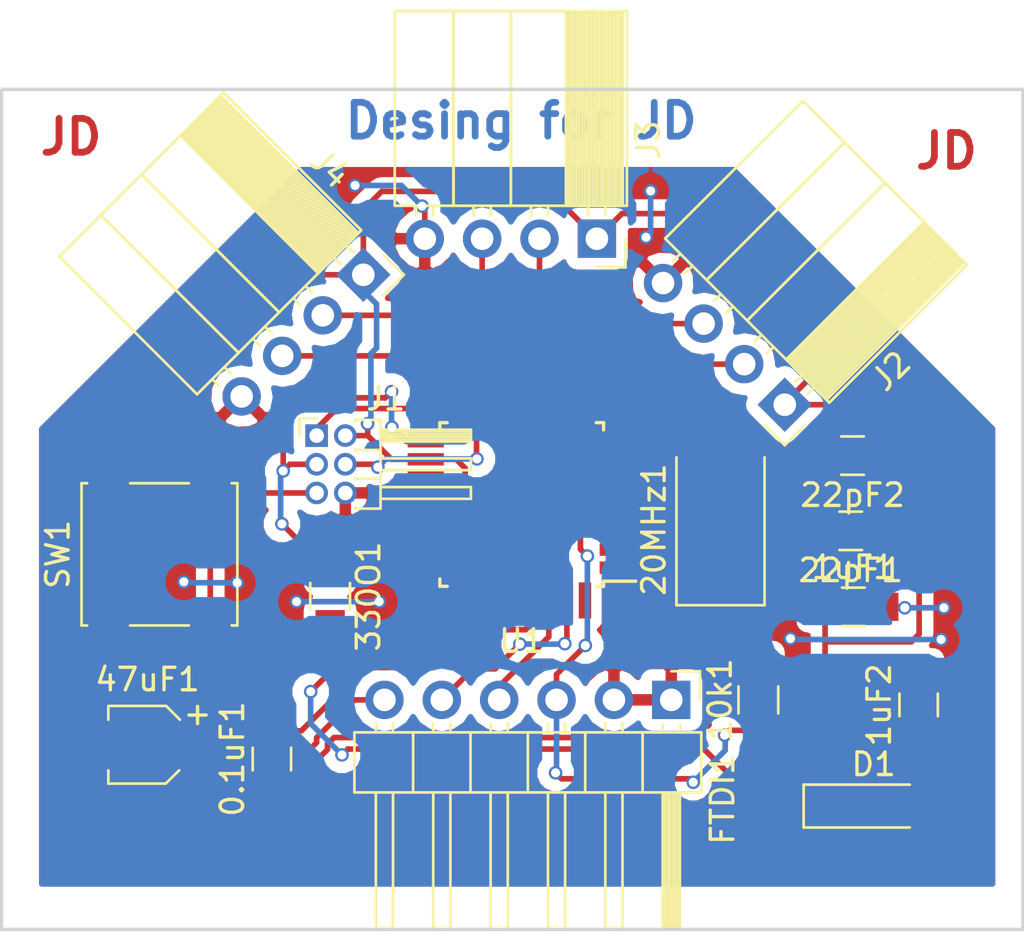
<source format=kicad_pcb>
(kicad_pcb (version 4) (host pcbnew 4.0.6)

  (general
    (links 51)
    (no_connects 0)
    (area 125.400999 86.538999 170.763001 123.905081)
    (thickness 1.6)
    (drawings 9)
    (tracks 246)
    (zones 0)
    (modules 17)
    (nets 19)
  )

  (page A4)
  (layers
    (0 F.Cu signal)
    (31 B.Cu signal)
    (32 B.Adhes user)
    (33 F.Adhes user)
    (34 B.Paste user)
    (35 F.Paste user)
    (36 B.SilkS user hide)
    (37 F.SilkS user)
    (38 B.Mask user)
    (39 F.Mask user)
    (40 Dwgs.User user)
    (41 Cmts.User user)
    (42 Eco1.User user)
    (43 Eco2.User user)
    (44 Edge.Cuts user)
    (45 Margin user)
    (46 B.CrtYd user hide)
    (47 F.CrtYd user hide)
    (48 B.Fab user)
    (49 F.Fab user hide)
  )

  (setup
    (last_trace_width 0.25)
    (trace_clearance 0.2)
    (zone_clearance 0.508)
    (zone_45_only yes)
    (trace_min 0.2)
    (segment_width 0.2)
    (edge_width 0.15)
    (via_size 0.6)
    (via_drill 0.4)
    (via_min_size 0.4)
    (via_min_drill 0.3)
    (uvia_size 0.3)
    (uvia_drill 0.1)
    (uvias_allowed no)
    (uvia_min_size 0.2)
    (uvia_min_drill 0.1)
    (pcb_text_width 0.3)
    (pcb_text_size 1.5 1.5)
    (mod_edge_width 0.15)
    (mod_text_size 1 1)
    (mod_text_width 0.15)
    (pad_size 1.524 1.524)
    (pad_drill 0.762)
    (pad_to_mask_clearance 0.2)
    (aux_axis_origin 0 0)
    (visible_elements 7FFFFFFF)
    (pcbplotparams
      (layerselection 0x01030_80000001)
      (usegerberextensions true)
      (excludeedgelayer true)
      (linewidth 0.100000)
      (plotframeref false)
      (viasonmask false)
      (mode 1)
      (useauxorigin false)
      (hpglpennumber 1)
      (hpglpenspeed 20)
      (hpglpendiameter 15)
      (hpglpenoverlay 2)
      (psnegative false)
      (psa4output false)
      (plotreference true)
      (plotvalue true)
      (plotinvisibletext false)
      (padsonsilk false)
      (subtractmaskfromsilk false)
      (outputformat 1)
      (mirror false)
      (drillshape 0)
      (scaleselection 1)
      (outputdirectory gerber/))
  )

  (net 0 "")
  (net 1 DTR)
  (net 2 RESET)
  (net 3 VCC)
  (net 4 GND)
  (net 5 OSC1)
  (net 6 OSC2)
  (net 7 SCK)
  (net 8 "Net-(330O1-Pad2)")
  (net 9 RXD)
  (net 10 TXD)
  (net 11 MISO)
  (net 12 MOSI)
  (net 13 TRIG1)
  (net 14 ECHO1)
  (net 15 TRIG2)
  (net 16 ECHO2)
  (net 17 TRIG3)
  (net 18 ECHO3)

  (net_class Default "This is the default net class."
    (clearance 0.2)
    (trace_width 0.25)
    (via_dia 0.6)
    (via_drill 0.4)
    (uvia_dia 0.3)
    (uvia_drill 0.1)
    (add_net DTR)
    (add_net ECHO1)
    (add_net ECHO2)
    (add_net ECHO3)
    (add_net GND)
    (add_net MISO)
    (add_net MOSI)
    (add_net "Net-(330O1-Pad2)")
    (add_net OSC1)
    (add_net OSC2)
    (add_net RESET)
    (add_net RXD)
    (add_net SCK)
    (add_net TRIG1)
    (add_net TRIG2)
    (add_net TRIG3)
    (add_net TXD)
    (add_net VCC)
  )

  (module Capacitors_SMD:C_0805_HandSoldering (layer F.Cu) (tedit 58AA84A8) (tstamp 597235EB)
    (at 137.4394 116.2812 90)
    (descr "Capacitor SMD 0805, hand soldering")
    (tags "capacitor 0805")
    (path /5963D1F8)
    (attr smd)
    (fp_text reference 0.1uF1 (at 0 -1.75 90) (layer F.SilkS)
      (effects (font (size 1 1) (thickness 0.15)))
    )
    (fp_text value C_Small (at 0 1.75 90) (layer F.Fab)
      (effects (font (size 1 1) (thickness 0.15)))
    )
    (fp_text user %R (at 0 -1.75 90) (layer F.Fab)
      (effects (font (size 1 1) (thickness 0.15)))
    )
    (fp_line (start -1 0.62) (end -1 -0.62) (layer F.Fab) (width 0.1))
    (fp_line (start 1 0.62) (end -1 0.62) (layer F.Fab) (width 0.1))
    (fp_line (start 1 -0.62) (end 1 0.62) (layer F.Fab) (width 0.1))
    (fp_line (start -1 -0.62) (end 1 -0.62) (layer F.Fab) (width 0.1))
    (fp_line (start 0.5 -0.85) (end -0.5 -0.85) (layer F.SilkS) (width 0.12))
    (fp_line (start -0.5 0.85) (end 0.5 0.85) (layer F.SilkS) (width 0.12))
    (fp_line (start -2.25 -0.88) (end 2.25 -0.88) (layer F.CrtYd) (width 0.05))
    (fp_line (start -2.25 -0.88) (end -2.25 0.87) (layer F.CrtYd) (width 0.05))
    (fp_line (start 2.25 0.87) (end 2.25 -0.88) (layer F.CrtYd) (width 0.05))
    (fp_line (start 2.25 0.87) (end -2.25 0.87) (layer F.CrtYd) (width 0.05))
    (pad 1 smd rect (at -1.25 0 90) (size 1.5 1.25) (layers F.Cu F.Paste F.Mask)
      (net 1 DTR))
    (pad 2 smd rect (at 1.25 0 90) (size 1.5 1.25) (layers F.Cu F.Paste F.Mask)
      (net 2 RESET))
    (model Capacitors_SMD.3dshapes/C_0805.wrl
      (at (xyz 0 0 0))
      (scale (xyz 1 1 1))
      (rotate (xyz 0 0 0))
    )
  )

  (module Capacitors_SMD:C_0805_HandSoldering (layer F.Cu) (tedit 58AA84A8) (tstamp 597235FC)
    (at 163.1823 109.5375)
    (descr "Capacitor SMD 0805, hand soldering")
    (tags "capacitor 0805")
    (path /5963C1A7)
    (attr smd)
    (fp_text reference 1uF1 (at 0 -1.75) (layer F.SilkS)
      (effects (font (size 1 1) (thickness 0.15)))
    )
    (fp_text value C_Small (at 0 1.75) (layer F.Fab)
      (effects (font (size 1 1) (thickness 0.15)))
    )
    (fp_text user %R (at 0 -1.75) (layer F.Fab)
      (effects (font (size 1 1) (thickness 0.15)))
    )
    (fp_line (start -1 0.62) (end -1 -0.62) (layer F.Fab) (width 0.1))
    (fp_line (start 1 0.62) (end -1 0.62) (layer F.Fab) (width 0.1))
    (fp_line (start 1 -0.62) (end 1 0.62) (layer F.Fab) (width 0.1))
    (fp_line (start -1 -0.62) (end 1 -0.62) (layer F.Fab) (width 0.1))
    (fp_line (start 0.5 -0.85) (end -0.5 -0.85) (layer F.SilkS) (width 0.12))
    (fp_line (start -0.5 0.85) (end 0.5 0.85) (layer F.SilkS) (width 0.12))
    (fp_line (start -2.25 -0.88) (end 2.25 -0.88) (layer F.CrtYd) (width 0.05))
    (fp_line (start -2.25 -0.88) (end -2.25 0.87) (layer F.CrtYd) (width 0.05))
    (fp_line (start 2.25 0.87) (end 2.25 -0.88) (layer F.CrtYd) (width 0.05))
    (fp_line (start 2.25 0.87) (end -2.25 0.87) (layer F.CrtYd) (width 0.05))
    (pad 1 smd rect (at -1.25 0) (size 1.5 1.25) (layers F.Cu F.Paste F.Mask)
      (net 3 VCC))
    (pad 2 smd rect (at 1.25 0) (size 1.5 1.25) (layers F.Cu F.Paste F.Mask)
      (net 4 GND))
    (model Capacitors_SMD.3dshapes/C_0805.wrl
      (at (xyz 0 0 0))
      (scale (xyz 1 1 1))
      (rotate (xyz 0 0 0))
    )
  )

  (module Capacitors_SMD:C_0805_HandSoldering (layer F.Cu) (tedit 58AA84A8) (tstamp 5972360D)
    (at 166.07536 113.88344 90)
    (descr "Capacitor SMD 0805, hand soldering")
    (tags "capacitor 0805")
    (path /5963C16C)
    (attr smd)
    (fp_text reference 1uF2 (at 0 -1.75 90) (layer F.SilkS)
      (effects (font (size 1 1) (thickness 0.15)))
    )
    (fp_text value C_Small (at 0 1.75 90) (layer F.Fab)
      (effects (font (size 1 1) (thickness 0.15)))
    )
    (fp_text user %R (at 0 -1.75 90) (layer F.Fab)
      (effects (font (size 1 1) (thickness 0.15)))
    )
    (fp_line (start -1 0.62) (end -1 -0.62) (layer F.Fab) (width 0.1))
    (fp_line (start 1 0.62) (end -1 0.62) (layer F.Fab) (width 0.1))
    (fp_line (start 1 -0.62) (end 1 0.62) (layer F.Fab) (width 0.1))
    (fp_line (start -1 -0.62) (end 1 -0.62) (layer F.Fab) (width 0.1))
    (fp_line (start 0.5 -0.85) (end -0.5 -0.85) (layer F.SilkS) (width 0.12))
    (fp_line (start -0.5 0.85) (end 0.5 0.85) (layer F.SilkS) (width 0.12))
    (fp_line (start -2.25 -0.88) (end 2.25 -0.88) (layer F.CrtYd) (width 0.05))
    (fp_line (start -2.25 -0.88) (end -2.25 0.87) (layer F.CrtYd) (width 0.05))
    (fp_line (start 2.25 0.87) (end 2.25 -0.88) (layer F.CrtYd) (width 0.05))
    (fp_line (start 2.25 0.87) (end -2.25 0.87) (layer F.CrtYd) (width 0.05))
    (pad 1 smd rect (at -1.25 0 90) (size 1.5 1.25) (layers F.Cu F.Paste F.Mask)
      (net 3 VCC))
    (pad 2 smd rect (at 1.25 0 90) (size 1.5 1.25) (layers F.Cu F.Paste F.Mask)
      (net 4 GND))
    (model Capacitors_SMD.3dshapes/C_0805.wrl
      (at (xyz 0 0 0))
      (scale (xyz 1 1 1))
      (rotate (xyz 0 0 0))
    )
  )

  (module Resistors_SMD:R_0805_HandSoldering (layer F.Cu) (tedit 58E0A804) (tstamp 5972361E)
    (at 158.9786 113.65992 90)
    (descr "Resistor SMD 0805, hand soldering")
    (tags "resistor 0805")
    (path /5963B2D5)
    (attr smd)
    (fp_text reference 10k1 (at 0 -1.7 90) (layer F.SilkS)
      (effects (font (size 1 1) (thickness 0.15)))
    )
    (fp_text value R_Small (at 0 1.75 90) (layer F.Fab)
      (effects (font (size 1 1) (thickness 0.15)))
    )
    (fp_text user %R (at 0 0 90) (layer F.Fab)
      (effects (font (size 0.5 0.5) (thickness 0.075)))
    )
    (fp_line (start -1 0.62) (end -1 -0.62) (layer F.Fab) (width 0.1))
    (fp_line (start 1 0.62) (end -1 0.62) (layer F.Fab) (width 0.1))
    (fp_line (start 1 -0.62) (end 1 0.62) (layer F.Fab) (width 0.1))
    (fp_line (start -1 -0.62) (end 1 -0.62) (layer F.Fab) (width 0.1))
    (fp_line (start 0.6 0.88) (end -0.6 0.88) (layer F.SilkS) (width 0.12))
    (fp_line (start -0.6 -0.88) (end 0.6 -0.88) (layer F.SilkS) (width 0.12))
    (fp_line (start -2.35 -0.9) (end 2.35 -0.9) (layer F.CrtYd) (width 0.05))
    (fp_line (start -2.35 -0.9) (end -2.35 0.9) (layer F.CrtYd) (width 0.05))
    (fp_line (start 2.35 0.9) (end 2.35 -0.9) (layer F.CrtYd) (width 0.05))
    (fp_line (start 2.35 0.9) (end -2.35 0.9) (layer F.CrtYd) (width 0.05))
    (pad 1 smd rect (at -1.35 0 90) (size 1.5 1.3) (layers F.Cu F.Paste F.Mask)
      (net 3 VCC))
    (pad 2 smd rect (at 1.35 0 90) (size 1.5 1.3) (layers F.Cu F.Paste F.Mask)
      (net 2 RESET))
    (model ${KISYS3DMOD}/Resistors_SMD.3dshapes/R_0805.wrl
      (at (xyz 0 0 0))
      (scale (xyz 1 1 1))
      (rotate (xyz 0 0 0))
    )
  )

  (module Crystals:Crystal_SMD_0603-2pin_6.0x3.5mm (layer F.Cu) (tedit 58CD2E9C) (tstamp 59723639)
    (at 157.3022 106.11612 90)
    (descr "SMD Crystal SERIES SMD0603/2 http://www.petermann-technik.de/fileadmin/petermann/pdf/SMD0603-2.pdf, 6.0x3.5mm^2 package")
    (tags "SMD SMT crystal")
    (path /59568766)
    (attr smd)
    (fp_text reference 20MHz1 (at 0 -2.95 90) (layer F.SilkS)
      (effects (font (size 1 1) (thickness 0.15)))
    )
    (fp_text value Crystal_Small (at 0 2.95 90) (layer F.Fab)
      (effects (font (size 1 1) (thickness 0.15)))
    )
    (fp_text user %R (at 0 0 90) (layer F.Fab)
      (effects (font (size 1 1) (thickness 0.15)))
    )
    (fp_line (start -2.9 -1.75) (end 2.9 -1.75) (layer F.Fab) (width 0.1))
    (fp_line (start 2.9 -1.75) (end 3 -1.65) (layer F.Fab) (width 0.1))
    (fp_line (start 3 -1.65) (end 3 1.65) (layer F.Fab) (width 0.1))
    (fp_line (start 3 1.65) (end 2.9 1.75) (layer F.Fab) (width 0.1))
    (fp_line (start 2.9 1.75) (end -2.9 1.75) (layer F.Fab) (width 0.1))
    (fp_line (start -2.9 1.75) (end -3 1.65) (layer F.Fab) (width 0.1))
    (fp_line (start -3 1.65) (end -3 -1.65) (layer F.Fab) (width 0.1))
    (fp_line (start -3 -1.65) (end -2.9 -1.75) (layer F.Fab) (width 0.1))
    (fp_line (start -3 0.75) (end -2 1.75) (layer F.Fab) (width 0.1))
    (fp_line (start 3.2 -1.95) (end -3.35 -1.95) (layer F.SilkS) (width 0.12))
    (fp_line (start -3.35 -1.95) (end -3.35 1.95) (layer F.SilkS) (width 0.12))
    (fp_line (start -3.35 1.95) (end 3.2 1.95) (layer F.SilkS) (width 0.12))
    (fp_line (start -3.4 -2) (end -3.4 2) (layer F.CrtYd) (width 0.05))
    (fp_line (start -3.4 2) (end 3.4 2) (layer F.CrtYd) (width 0.05))
    (fp_line (start 3.4 2) (end 3.4 -2) (layer F.CrtYd) (width 0.05))
    (fp_line (start 3.4 -2) (end -3.4 -2) (layer F.CrtYd) (width 0.05))
    (fp_circle (center 0 0) (end 0.4 0) (layer F.Adhes) (width 0.1))
    (fp_circle (center 0 0) (end 0.333333 0) (layer F.Adhes) (width 0.133333))
    (fp_circle (center 0 0) (end 0.213333 0) (layer F.Adhes) (width 0.133333))
    (fp_circle (center 0 0) (end 0.093333 0) (layer F.Adhes) (width 0.186667))
    (pad 1 smd rect (at -2.2 0 90) (size 1.9 2.5) (layers F.Cu F.Paste F.Mask)
      (net 5 OSC1))
    (pad 2 smd rect (at 2.2 0 90) (size 1.9 2.5) (layers F.Cu F.Paste F.Mask)
      (net 6 OSC2))
    (model ${KISYS3DMOD}/Crystals.3dshapes/Crystal_SMD_0603-2pin_6.0x3.5mm.wrl
      (at (xyz 0 0 0))
      (scale (xyz 1 1 1))
      (rotate (xyz 0 0 0))
    )
  )

  (module Capacitors_SMD:C_0805_HandSoldering (layer F.Cu) (tedit 58AA84A8) (tstamp 5972364A)
    (at 163.068 106.172 180)
    (descr "Capacitor SMD 0805, hand soldering")
    (tags "capacitor 0805")
    (path /59639D58)
    (attr smd)
    (fp_text reference 22pF1 (at 0 -1.75 180) (layer F.SilkS)
      (effects (font (size 1 1) (thickness 0.15)))
    )
    (fp_text value C_Small (at 0 1.75 180) (layer F.Fab)
      (effects (font (size 1 1) (thickness 0.15)))
    )
    (fp_text user %R (at 0 -1.75 180) (layer F.Fab)
      (effects (font (size 1 1) (thickness 0.15)))
    )
    (fp_line (start -1 0.62) (end -1 -0.62) (layer F.Fab) (width 0.1))
    (fp_line (start 1 0.62) (end -1 0.62) (layer F.Fab) (width 0.1))
    (fp_line (start 1 -0.62) (end 1 0.62) (layer F.Fab) (width 0.1))
    (fp_line (start -1 -0.62) (end 1 -0.62) (layer F.Fab) (width 0.1))
    (fp_line (start 0.5 -0.85) (end -0.5 -0.85) (layer F.SilkS) (width 0.12))
    (fp_line (start -0.5 0.85) (end 0.5 0.85) (layer F.SilkS) (width 0.12))
    (fp_line (start -2.25 -0.88) (end 2.25 -0.88) (layer F.CrtYd) (width 0.05))
    (fp_line (start -2.25 -0.88) (end -2.25 0.87) (layer F.CrtYd) (width 0.05))
    (fp_line (start 2.25 0.87) (end 2.25 -0.88) (layer F.CrtYd) (width 0.05))
    (fp_line (start 2.25 0.87) (end -2.25 0.87) (layer F.CrtYd) (width 0.05))
    (pad 1 smd rect (at -1.25 0 180) (size 1.5 1.25) (layers F.Cu F.Paste F.Mask)
      (net 4 GND))
    (pad 2 smd rect (at 1.25 0 180) (size 1.5 1.25) (layers F.Cu F.Paste F.Mask)
      (net 5 OSC1))
    (model Capacitors_SMD.3dshapes/C_0805.wrl
      (at (xyz 0 0 0))
      (scale (xyz 1 1 1))
      (rotate (xyz 0 0 0))
    )
  )

  (module Capacitors_SMD:C_0805_HandSoldering (layer F.Cu) (tedit 58AA84A8) (tstamp 5972365B)
    (at 163.14928 102.83952 180)
    (descr "Capacitor SMD 0805, hand soldering")
    (tags "capacitor 0805")
    (path /59639DD0)
    (attr smd)
    (fp_text reference 22pF2 (at 0 -1.75 180) (layer F.SilkS)
      (effects (font (size 1 1) (thickness 0.15)))
    )
    (fp_text value C_Small (at 0 1.75 180) (layer F.Fab)
      (effects (font (size 1 1) (thickness 0.15)))
    )
    (fp_text user %R (at 0 -1.75 180) (layer F.Fab)
      (effects (font (size 1 1) (thickness 0.15)))
    )
    (fp_line (start -1 0.62) (end -1 -0.62) (layer F.Fab) (width 0.1))
    (fp_line (start 1 0.62) (end -1 0.62) (layer F.Fab) (width 0.1))
    (fp_line (start 1 -0.62) (end 1 0.62) (layer F.Fab) (width 0.1))
    (fp_line (start -1 -0.62) (end 1 -0.62) (layer F.Fab) (width 0.1))
    (fp_line (start 0.5 -0.85) (end -0.5 -0.85) (layer F.SilkS) (width 0.12))
    (fp_line (start -0.5 0.85) (end 0.5 0.85) (layer F.SilkS) (width 0.12))
    (fp_line (start -2.25 -0.88) (end 2.25 -0.88) (layer F.CrtYd) (width 0.05))
    (fp_line (start -2.25 -0.88) (end -2.25 0.87) (layer F.CrtYd) (width 0.05))
    (fp_line (start 2.25 0.87) (end 2.25 -0.88) (layer F.CrtYd) (width 0.05))
    (fp_line (start 2.25 0.87) (end -2.25 0.87) (layer F.CrtYd) (width 0.05))
    (pad 1 smd rect (at -1.25 0 180) (size 1.5 1.25) (layers F.Cu F.Paste F.Mask)
      (net 4 GND))
    (pad 2 smd rect (at 1.25 0 180) (size 1.5 1.25) (layers F.Cu F.Paste F.Mask)
      (net 6 OSC2))
    (model Capacitors_SMD.3dshapes/C_0805.wrl
      (at (xyz 0 0 0))
      (scale (xyz 1 1 1))
      (rotate (xyz 0 0 0))
    )
  )

  (module Capacitors_SMD:CP_Elec_3x5.3 (layer F.Cu) (tedit 58AA85CF) (tstamp 59723675)
    (at 131.9276 115.6589 180)
    (descr "SMT capacitor, aluminium electrolytic, 3x5.3")
    (path /5963C295)
    (attr smd)
    (fp_text reference 47uF1 (at 0 2.9 180) (layer F.SilkS)
      (effects (font (size 1 1) (thickness 0.15)))
    )
    (fp_text value CP1_Small (at -0.03 -2.9 180) (layer F.Fab)
      (effects (font (size 1 1) (thickness 0.15)))
    )
    (fp_circle (center 0 0) (end 0.3 1.5) (layer F.Fab) (width 0.1))
    (fp_text user + (at -0.94 -0.08 180) (layer F.Fab)
      (effects (font (size 1 1) (thickness 0.15)))
    )
    (fp_text user + (at -2.22 1.4 180) (layer F.SilkS)
      (effects (font (size 1 1) (thickness 0.15)))
    )
    (fp_text user %R (at 0 2.9 180) (layer F.Fab)
      (effects (font (size 1 1) (thickness 0.15)))
    )
    (fp_line (start -1.56 -0.75) (end -1.56 0.77) (layer F.Fab) (width 0.1))
    (fp_line (start -0.75 -1.56) (end -1.56 -0.75) (layer F.Fab) (width 0.1))
    (fp_line (start -0.76 1.57) (end -1.56 0.77) (layer F.Fab) (width 0.1))
    (fp_line (start 1.57 1.57) (end 1.57 -1.56) (layer F.Fab) (width 0.1))
    (fp_line (start 1.56 1.57) (end -0.76 1.57) (layer F.Fab) (width 0.1))
    (fp_line (start 1.57 -1.56) (end -0.75 -1.56) (layer F.Fab) (width 0.1))
    (fp_line (start -0.83 1.73) (end -1.44 1.12) (layer F.SilkS) (width 0.12))
    (fp_line (start 1.73 1.73) (end 1.73 1.12) (layer F.SilkS) (width 0.12))
    (fp_line (start -0.81 -1.71) (end -1.41 -1.12) (layer F.SilkS) (width 0.12))
    (fp_line (start 1.73 -1.71) (end 1.73 -1.12) (layer F.SilkS) (width 0.12))
    (fp_line (start -0.83 1.73) (end 1.71 1.73) (layer F.SilkS) (width 0.12))
    (fp_line (start 1.73 -1.71) (end -0.81 -1.71) (layer F.SilkS) (width 0.12))
    (fp_line (start -2.85 -1.82) (end 2.85 -1.82) (layer F.CrtYd) (width 0.05))
    (fp_line (start -2.85 -1.82) (end -2.85 1.82) (layer F.CrtYd) (width 0.05))
    (fp_line (start 2.85 1.82) (end 2.85 -1.82) (layer F.CrtYd) (width 0.05))
    (fp_line (start 2.85 1.82) (end -2.85 1.82) (layer F.CrtYd) (width 0.05))
    (pad 2 smd rect (at 1.5 0 180) (size 2.2 1.6) (layers F.Cu F.Paste F.Mask)
      (net 4 GND))
    (pad 1 smd rect (at -1.5 0 180) (size 2.2 1.6) (layers F.Cu F.Paste F.Mask)
      (net 3 VCC))
    (model Capacitors_SMD.3dshapes/CP_Elec_3x5.3.wrl
      (at (xyz 0 0 0))
      (scale (xyz 1 1 1))
      (rotate (xyz 0 0 180))
    )
  )

  (module Resistors_SMD:R_0805_HandSoldering (layer F.Cu) (tedit 59723789) (tstamp 59723686)
    (at 140.0175 109.0803 270)
    (descr "Resistor SMD 0805, hand soldering")
    (tags "resistor 0805")
    (path /59671662)
    (attr smd)
    (fp_text reference 330O1 (at 0 -1.7 450) (layer F.SilkS)
      (effects (font (size 1 1) (thickness 0.15)))
    )
    (fp_text value R_Small (at 0 1.75 270) (layer F.Fab)
      (effects (font (size 1 1) (thickness 0.15)))
    )
    (fp_text user %R (at 0 0 270) (layer F.Fab)
      (effects (font (size 0.5 0.5) (thickness 0.075)))
    )
    (fp_line (start -1 0.62) (end -1 -0.62) (layer F.Fab) (width 0.1))
    (fp_line (start 1 0.62) (end -1 0.62) (layer F.Fab) (width 0.1))
    (fp_line (start 1 -0.62) (end 1 0.62) (layer F.Fab) (width 0.1))
    (fp_line (start -1 -0.62) (end 1 -0.62) (layer F.Fab) (width 0.1))
    (fp_line (start 0.6 0.88) (end -0.6 0.88) (layer F.SilkS) (width 0.12))
    (fp_line (start -0.6 -0.88) (end 0.6 -0.88) (layer F.SilkS) (width 0.12))
    (fp_line (start -2.35 -0.9) (end 2.35 -0.9) (layer F.CrtYd) (width 0.05))
    (fp_line (start -2.35 -0.9) (end -2.35 0.9) (layer F.CrtYd) (width 0.05))
    (fp_line (start 2.35 0.9) (end 2.35 -0.9) (layer F.CrtYd) (width 0.05))
    (fp_line (start 2.35 0.9) (end -2.35 0.9) (layer F.CrtYd) (width 0.05))
    (pad 1 smd rect (at -1.35 0 270) (size 1.5 1.3) (layers F.Cu F.Paste F.Mask)
      (net 7 SCK))
    (pad 2 smd rect (at 1.35 0 270) (size 1.5 1.3) (layers F.Cu F.Paste F.Mask)
      (net 8 "Net-(330O1-Pad2)"))
    (model ${KISYS3DMOD}/Resistors_SMD.3dshapes/R_0805.wrl
      (at (xyz 0 0 0))
      (scale (xyz 1 1 1))
      (rotate (xyz 0 0 0))
    )
  )

  (module LEDs:LED_1206_HandSoldering (layer F.Cu) (tedit 595FC724) (tstamp 5972369B)
    (at 164.084 118.364)
    (descr "LED SMD 1206, hand soldering")
    (tags "LED 1206")
    (path /596717D1)
    (attr smd)
    (fp_text reference D1 (at 0 -1.85) (layer F.SilkS)
      (effects (font (size 1 1) (thickness 0.15)))
    )
    (fp_text value Estado (at 0 1.9) (layer F.Fab)
      (effects (font (size 1 1) (thickness 0.15)))
    )
    (fp_line (start -3.1 -0.95) (end -3.1 0.95) (layer F.SilkS) (width 0.12))
    (fp_line (start -0.4 0) (end 0.2 -0.4) (layer F.Fab) (width 0.1))
    (fp_line (start 0.2 -0.4) (end 0.2 0.4) (layer F.Fab) (width 0.1))
    (fp_line (start 0.2 0.4) (end -0.4 0) (layer F.Fab) (width 0.1))
    (fp_line (start -0.45 -0.4) (end -0.45 0.4) (layer F.Fab) (width 0.1))
    (fp_line (start -1.6 0.8) (end -1.6 -0.8) (layer F.Fab) (width 0.1))
    (fp_line (start 1.6 0.8) (end -1.6 0.8) (layer F.Fab) (width 0.1))
    (fp_line (start 1.6 -0.8) (end 1.6 0.8) (layer F.Fab) (width 0.1))
    (fp_line (start -1.6 -0.8) (end 1.6 -0.8) (layer F.Fab) (width 0.1))
    (fp_line (start -3.1 0.95) (end 1.6 0.95) (layer F.SilkS) (width 0.12))
    (fp_line (start -3.1 -0.95) (end 1.6 -0.95) (layer F.SilkS) (width 0.12))
    (fp_line (start -3.25 -1.11) (end 3.25 -1.11) (layer F.CrtYd) (width 0.05))
    (fp_line (start -3.25 -1.11) (end -3.25 1.1) (layer F.CrtYd) (width 0.05))
    (fp_line (start 3.25 1.1) (end 3.25 -1.11) (layer F.CrtYd) (width 0.05))
    (fp_line (start 3.25 1.1) (end -3.25 1.1) (layer F.CrtYd) (width 0.05))
    (pad 1 smd rect (at -2 0) (size 2 1.7) (layers F.Cu F.Paste F.Mask)
      (net 4 GND))
    (pad 2 smd rect (at 2 0) (size 2 1.7) (layers F.Cu F.Paste F.Mask)
      (net 8 "Net-(330O1-Pad2)"))
    (model ${KISYS3DMOD}/LEDs.3dshapes/LED_1206.wrl
      (at (xyz 0 0 0))
      (scale (xyz 1 1 1))
      (rotate (xyz 0 0 180))
    )
  )

  (module Pin_Headers:Pin_Header_Angled_1x06_Pitch2.54mm (layer F.Cu) (tedit 59650532) (tstamp 59723702)
    (at 155.12288 113.65992 270)
    (descr "Through hole angled pin header, 1x06, 2.54mm pitch, 6mm pin length, single row")
    (tags "Through hole angled pin header THT 1x06 2.54mm single row")
    (path /5963B1F2)
    (fp_text reference FTDI1 (at 4.385 -2.27 270) (layer F.SilkS)
      (effects (font (size 1 1) (thickness 0.15)))
    )
    (fp_text value CONN_01X06 (at 4.385 14.97 270) (layer F.Fab)
      (effects (font (size 1 1) (thickness 0.15)))
    )
    (fp_line (start 2.135 -1.27) (end 4.04 -1.27) (layer F.Fab) (width 0.1))
    (fp_line (start 4.04 -1.27) (end 4.04 13.97) (layer F.Fab) (width 0.1))
    (fp_line (start 4.04 13.97) (end 1.5 13.97) (layer F.Fab) (width 0.1))
    (fp_line (start 1.5 13.97) (end 1.5 -0.635) (layer F.Fab) (width 0.1))
    (fp_line (start 1.5 -0.635) (end 2.135 -1.27) (layer F.Fab) (width 0.1))
    (fp_line (start -0.32 -0.32) (end 1.5 -0.32) (layer F.Fab) (width 0.1))
    (fp_line (start -0.32 -0.32) (end -0.32 0.32) (layer F.Fab) (width 0.1))
    (fp_line (start -0.32 0.32) (end 1.5 0.32) (layer F.Fab) (width 0.1))
    (fp_line (start 4.04 -0.32) (end 10.04 -0.32) (layer F.Fab) (width 0.1))
    (fp_line (start 10.04 -0.32) (end 10.04 0.32) (layer F.Fab) (width 0.1))
    (fp_line (start 4.04 0.32) (end 10.04 0.32) (layer F.Fab) (width 0.1))
    (fp_line (start -0.32 2.22) (end 1.5 2.22) (layer F.Fab) (width 0.1))
    (fp_line (start -0.32 2.22) (end -0.32 2.86) (layer F.Fab) (width 0.1))
    (fp_line (start -0.32 2.86) (end 1.5 2.86) (layer F.Fab) (width 0.1))
    (fp_line (start 4.04 2.22) (end 10.04 2.22) (layer F.Fab) (width 0.1))
    (fp_line (start 10.04 2.22) (end 10.04 2.86) (layer F.Fab) (width 0.1))
    (fp_line (start 4.04 2.86) (end 10.04 2.86) (layer F.Fab) (width 0.1))
    (fp_line (start -0.32 4.76) (end 1.5 4.76) (layer F.Fab) (width 0.1))
    (fp_line (start -0.32 4.76) (end -0.32 5.4) (layer F.Fab) (width 0.1))
    (fp_line (start -0.32 5.4) (end 1.5 5.4) (layer F.Fab) (width 0.1))
    (fp_line (start 4.04 4.76) (end 10.04 4.76) (layer F.Fab) (width 0.1))
    (fp_line (start 10.04 4.76) (end 10.04 5.4) (layer F.Fab) (width 0.1))
    (fp_line (start 4.04 5.4) (end 10.04 5.4) (layer F.Fab) (width 0.1))
    (fp_line (start -0.32 7.3) (end 1.5 7.3) (layer F.Fab) (width 0.1))
    (fp_line (start -0.32 7.3) (end -0.32 7.94) (layer F.Fab) (width 0.1))
    (fp_line (start -0.32 7.94) (end 1.5 7.94) (layer F.Fab) (width 0.1))
    (fp_line (start 4.04 7.3) (end 10.04 7.3) (layer F.Fab) (width 0.1))
    (fp_line (start 10.04 7.3) (end 10.04 7.94) (layer F.Fab) (width 0.1))
    (fp_line (start 4.04 7.94) (end 10.04 7.94) (layer F.Fab) (width 0.1))
    (fp_line (start -0.32 9.84) (end 1.5 9.84) (layer F.Fab) (width 0.1))
    (fp_line (start -0.32 9.84) (end -0.32 10.48) (layer F.Fab) (width 0.1))
    (fp_line (start -0.32 10.48) (end 1.5 10.48) (layer F.Fab) (width 0.1))
    (fp_line (start 4.04 9.84) (end 10.04 9.84) (layer F.Fab) (width 0.1))
    (fp_line (start 10.04 9.84) (end 10.04 10.48) (layer F.Fab) (width 0.1))
    (fp_line (start 4.04 10.48) (end 10.04 10.48) (layer F.Fab) (width 0.1))
    (fp_line (start -0.32 12.38) (end 1.5 12.38) (layer F.Fab) (width 0.1))
    (fp_line (start -0.32 12.38) (end -0.32 13.02) (layer F.Fab) (width 0.1))
    (fp_line (start -0.32 13.02) (end 1.5 13.02) (layer F.Fab) (width 0.1))
    (fp_line (start 4.04 12.38) (end 10.04 12.38) (layer F.Fab) (width 0.1))
    (fp_line (start 10.04 12.38) (end 10.04 13.02) (layer F.Fab) (width 0.1))
    (fp_line (start 4.04 13.02) (end 10.04 13.02) (layer F.Fab) (width 0.1))
    (fp_line (start 1.44 -1.33) (end 1.44 14.03) (layer F.SilkS) (width 0.12))
    (fp_line (start 1.44 14.03) (end 4.1 14.03) (layer F.SilkS) (width 0.12))
    (fp_line (start 4.1 14.03) (end 4.1 -1.33) (layer F.SilkS) (width 0.12))
    (fp_line (start 4.1 -1.33) (end 1.44 -1.33) (layer F.SilkS) (width 0.12))
    (fp_line (start 4.1 -0.38) (end 10.1 -0.38) (layer F.SilkS) (width 0.12))
    (fp_line (start 10.1 -0.38) (end 10.1 0.38) (layer F.SilkS) (width 0.12))
    (fp_line (start 10.1 0.38) (end 4.1 0.38) (layer F.SilkS) (width 0.12))
    (fp_line (start 4.1 -0.32) (end 10.1 -0.32) (layer F.SilkS) (width 0.12))
    (fp_line (start 4.1 -0.2) (end 10.1 -0.2) (layer F.SilkS) (width 0.12))
    (fp_line (start 4.1 -0.08) (end 10.1 -0.08) (layer F.SilkS) (width 0.12))
    (fp_line (start 4.1 0.04) (end 10.1 0.04) (layer F.SilkS) (width 0.12))
    (fp_line (start 4.1 0.16) (end 10.1 0.16) (layer F.SilkS) (width 0.12))
    (fp_line (start 4.1 0.28) (end 10.1 0.28) (layer F.SilkS) (width 0.12))
    (fp_line (start 1.11 -0.38) (end 1.44 -0.38) (layer F.SilkS) (width 0.12))
    (fp_line (start 1.11 0.38) (end 1.44 0.38) (layer F.SilkS) (width 0.12))
    (fp_line (start 1.44 1.27) (end 4.1 1.27) (layer F.SilkS) (width 0.12))
    (fp_line (start 4.1 2.16) (end 10.1 2.16) (layer F.SilkS) (width 0.12))
    (fp_line (start 10.1 2.16) (end 10.1 2.92) (layer F.SilkS) (width 0.12))
    (fp_line (start 10.1 2.92) (end 4.1 2.92) (layer F.SilkS) (width 0.12))
    (fp_line (start 1.042929 2.16) (end 1.44 2.16) (layer F.SilkS) (width 0.12))
    (fp_line (start 1.042929 2.92) (end 1.44 2.92) (layer F.SilkS) (width 0.12))
    (fp_line (start 1.44 3.81) (end 4.1 3.81) (layer F.SilkS) (width 0.12))
    (fp_line (start 4.1 4.7) (end 10.1 4.7) (layer F.SilkS) (width 0.12))
    (fp_line (start 10.1 4.7) (end 10.1 5.46) (layer F.SilkS) (width 0.12))
    (fp_line (start 10.1 5.46) (end 4.1 5.46) (layer F.SilkS) (width 0.12))
    (fp_line (start 1.042929 4.7) (end 1.44 4.7) (layer F.SilkS) (width 0.12))
    (fp_line (start 1.042929 5.46) (end 1.44 5.46) (layer F.SilkS) (width 0.12))
    (fp_line (start 1.44 6.35) (end 4.1 6.35) (layer F.SilkS) (width 0.12))
    (fp_line (start 4.1 7.24) (end 10.1 7.24) (layer F.SilkS) (width 0.12))
    (fp_line (start 10.1 7.24) (end 10.1 8) (layer F.SilkS) (width 0.12))
    (fp_line (start 10.1 8) (end 4.1 8) (layer F.SilkS) (width 0.12))
    (fp_line (start 1.042929 7.24) (end 1.44 7.24) (layer F.SilkS) (width 0.12))
    (fp_line (start 1.042929 8) (end 1.44 8) (layer F.SilkS) (width 0.12))
    (fp_line (start 1.44 8.89) (end 4.1 8.89) (layer F.SilkS) (width 0.12))
    (fp_line (start 4.1 9.78) (end 10.1 9.78) (layer F.SilkS) (width 0.12))
    (fp_line (start 10.1 9.78) (end 10.1 10.54) (layer F.SilkS) (width 0.12))
    (fp_line (start 10.1 10.54) (end 4.1 10.54) (layer F.SilkS) (width 0.12))
    (fp_line (start 1.042929 9.78) (end 1.44 9.78) (layer F.SilkS) (width 0.12))
    (fp_line (start 1.042929 10.54) (end 1.44 10.54) (layer F.SilkS) (width 0.12))
    (fp_line (start 1.44 11.43) (end 4.1 11.43) (layer F.SilkS) (width 0.12))
    (fp_line (start 4.1 12.32) (end 10.1 12.32) (layer F.SilkS) (width 0.12))
    (fp_line (start 10.1 12.32) (end 10.1 13.08) (layer F.SilkS) (width 0.12))
    (fp_line (start 10.1 13.08) (end 4.1 13.08) (layer F.SilkS) (width 0.12))
    (fp_line (start 1.042929 12.32) (end 1.44 12.32) (layer F.SilkS) (width 0.12))
    (fp_line (start 1.042929 13.08) (end 1.44 13.08) (layer F.SilkS) (width 0.12))
    (fp_line (start -1.27 0) (end -1.27 -1.27) (layer F.SilkS) (width 0.12))
    (fp_line (start -1.27 -1.27) (end 0 -1.27) (layer F.SilkS) (width 0.12))
    (fp_line (start -1.8 -1.8) (end -1.8 14.5) (layer F.CrtYd) (width 0.05))
    (fp_line (start -1.8 14.5) (end 10.55 14.5) (layer F.CrtYd) (width 0.05))
    (fp_line (start 10.55 14.5) (end 10.55 -1.8) (layer F.CrtYd) (width 0.05))
    (fp_line (start 10.55 -1.8) (end -1.8 -1.8) (layer F.CrtYd) (width 0.05))
    (fp_text user %R (at 2.77 6.35 360) (layer F.Fab)
      (effects (font (size 1 1) (thickness 0.15)))
    )
    (pad 1 thru_hole rect (at 0 0 270) (size 1.7 1.7) (drill 1) (layers *.Cu *.Mask)
      (net 4 GND))
    (pad 2 thru_hole oval (at 0 2.54 270) (size 1.7 1.7) (drill 1) (layers *.Cu *.Mask)
      (net 4 GND))
    (pad 3 thru_hole oval (at 0 5.08 270) (size 1.7 1.7) (drill 1) (layers *.Cu *.Mask)
      (net 3 VCC))
    (pad 4 thru_hole oval (at 0 7.62 270) (size 1.7 1.7) (drill 1) (layers *.Cu *.Mask)
      (net 9 RXD))
    (pad 5 thru_hole oval (at 0 10.16 270) (size 1.7 1.7) (drill 1) (layers *.Cu *.Mask)
      (net 10 TXD))
    (pad 6 thru_hole oval (at 0 12.7 270) (size 1.7 1.7) (drill 1) (layers *.Cu *.Mask)
      (net 1 DTR))
    (model ${KISYS3DMOD}/Pin_Headers.3dshapes/Pin_Header_Angled_1x06_Pitch2.54mm.wrl
      (at (xyz 0 0 0))
      (scale (xyz 1 1 1))
      (rotate (xyz 0 0 0))
    )
  )

  (module Pin_Headers:Pin_Header_Angled_2x03_Pitch1.27mm (layer F.Cu) (tedit 59650536) (tstamp 59723740)
    (at 139.4206 101.95306)
    (descr "Through hole angled pin header, 2x03, 1.27mm pitch, 4.0mm pin length, double rows")
    (tags "Through hole angled pin header THT 2x03 1.27mm double row")
    (path /59518637)
    (fp_text reference J1 (at 3.0675 -1.635) (layer F.SilkS)
      (effects (font (size 1 1) (thickness 0.15)))
    )
    (fp_text value ISP (at 3.0675 4.175) (layer F.Fab)
      (effects (font (size 1 1) (thickness 0.15)))
    )
    (fp_line (start 2.02 -0.635) (end 2.77 -0.635) (layer F.Fab) (width 0.1))
    (fp_line (start 2.77 -0.635) (end 2.77 3.175) (layer F.Fab) (width 0.1))
    (fp_line (start 2.77 3.175) (end 1.77 3.175) (layer F.Fab) (width 0.1))
    (fp_line (start 1.77 3.175) (end 1.77 -0.385) (layer F.Fab) (width 0.1))
    (fp_line (start 1.77 -0.385) (end 2.02 -0.635) (layer F.Fab) (width 0.1))
    (fp_line (start -0.2 -0.2) (end 1.77 -0.2) (layer F.Fab) (width 0.1))
    (fp_line (start -0.2 -0.2) (end -0.2 0.2) (layer F.Fab) (width 0.1))
    (fp_line (start -0.2 0.2) (end 1.77 0.2) (layer F.Fab) (width 0.1))
    (fp_line (start 2.77 -0.2) (end 6.77 -0.2) (layer F.Fab) (width 0.1))
    (fp_line (start 6.77 -0.2) (end 6.77 0.2) (layer F.Fab) (width 0.1))
    (fp_line (start 2.77 0.2) (end 6.77 0.2) (layer F.Fab) (width 0.1))
    (fp_line (start -0.2 1.07) (end 1.77 1.07) (layer F.Fab) (width 0.1))
    (fp_line (start -0.2 1.07) (end -0.2 1.47) (layer F.Fab) (width 0.1))
    (fp_line (start -0.2 1.47) (end 1.77 1.47) (layer F.Fab) (width 0.1))
    (fp_line (start 2.77 1.07) (end 6.77 1.07) (layer F.Fab) (width 0.1))
    (fp_line (start 6.77 1.07) (end 6.77 1.47) (layer F.Fab) (width 0.1))
    (fp_line (start 2.77 1.47) (end 6.77 1.47) (layer F.Fab) (width 0.1))
    (fp_line (start -0.2 2.34) (end 1.77 2.34) (layer F.Fab) (width 0.1))
    (fp_line (start -0.2 2.34) (end -0.2 2.74) (layer F.Fab) (width 0.1))
    (fp_line (start -0.2 2.74) (end 1.77 2.74) (layer F.Fab) (width 0.1))
    (fp_line (start 2.77 2.34) (end 6.77 2.34) (layer F.Fab) (width 0.1))
    (fp_line (start 6.77 2.34) (end 6.77 2.74) (layer F.Fab) (width 0.1))
    (fp_line (start 2.77 2.74) (end 6.77 2.74) (layer F.Fab) (width 0.1))
    (fp_line (start 1.71 -0.619677) (end 1.71 -0.695) (layer F.SilkS) (width 0.12))
    (fp_line (start 1.71 -0.695) (end 2.83 -0.695) (layer F.SilkS) (width 0.12))
    (fp_line (start 2.83 -0.695) (end 2.83 3.235) (layer F.SilkS) (width 0.12))
    (fp_line (start 2.83 3.235) (end 1.71 3.235) (layer F.SilkS) (width 0.12))
    (fp_line (start 1.71 3.235) (end 1.71 3.159677) (layer F.SilkS) (width 0.12))
    (fp_line (start 2.83 -0.26) (end 6.83 -0.26) (layer F.SilkS) (width 0.12))
    (fp_line (start 6.83 -0.26) (end 6.83 0.26) (layer F.SilkS) (width 0.12))
    (fp_line (start 6.83 0.26) (end 2.83 0.26) (layer F.SilkS) (width 0.12))
    (fp_line (start 2.83 -0.2) (end 6.83 -0.2) (layer F.SilkS) (width 0.12))
    (fp_line (start 2.83 -0.08) (end 6.83 -0.08) (layer F.SilkS) (width 0.12))
    (fp_line (start 2.83 0.04) (end 6.83 0.04) (layer F.SilkS) (width 0.12))
    (fp_line (start 2.83 0.16) (end 6.83 0.16) (layer F.SilkS) (width 0.12))
    (fp_line (start 1.71 0.635) (end 2.83 0.635) (layer F.SilkS) (width 0.12))
    (fp_line (start 1.71 0.619677) (end 1.71 0.650323) (layer F.SilkS) (width 0.12))
    (fp_line (start 2.83 1.01) (end 6.83 1.01) (layer F.SilkS) (width 0.12))
    (fp_line (start 6.83 1.01) (end 6.83 1.53) (layer F.SilkS) (width 0.12))
    (fp_line (start 6.83 1.53) (end 2.83 1.53) (layer F.SilkS) (width 0.12))
    (fp_line (start 1.71 1.905) (end 2.83 1.905) (layer F.SilkS) (width 0.12))
    (fp_line (start 1.71 1.889677) (end 1.71 1.920323) (layer F.SilkS) (width 0.12))
    (fp_line (start 2.83 2.28) (end 6.83 2.28) (layer F.SilkS) (width 0.12))
    (fp_line (start 6.83 2.28) (end 6.83 2.8) (layer F.SilkS) (width 0.12))
    (fp_line (start 6.83 2.8) (end 2.83 2.8) (layer F.SilkS) (width 0.12))
    (fp_line (start -0.76 0) (end -0.76 -0.76) (layer F.SilkS) (width 0.12))
    (fp_line (start -0.76 -0.76) (end 0 -0.76) (layer F.SilkS) (width 0.12))
    (fp_line (start -1.15 -1.15) (end -1.15 3.7) (layer F.CrtYd) (width 0.05))
    (fp_line (start -1.15 3.7) (end 7.3 3.7) (layer F.CrtYd) (width 0.05))
    (fp_line (start 7.3 3.7) (end 7.3 -1.15) (layer F.CrtYd) (width 0.05))
    (fp_line (start 7.3 -1.15) (end -1.15 -1.15) (layer F.CrtYd) (width 0.05))
    (fp_text user %R (at 2.27 1.27 90) (layer F.Fab)
      (effects (font (size 0.6 0.6) (thickness 0.09)))
    )
    (pad 1 thru_hole rect (at 0 0) (size 1 1) (drill 0.65) (layers *.Cu *.Mask)
      (net 11 MISO))
    (pad 2 thru_hole oval (at 1.27 0) (size 1 1) (drill 0.65) (layers *.Cu *.Mask)
      (net 3 VCC))
    (pad 3 thru_hole oval (at 0 1.27) (size 1 1) (drill 0.65) (layers *.Cu *.Mask)
      (net 7 SCK))
    (pad 4 thru_hole oval (at 1.27 1.27) (size 1 1) (drill 0.65) (layers *.Cu *.Mask)
      (net 12 MOSI))
    (pad 5 thru_hole oval (at 0 2.54) (size 1 1) (drill 0.65) (layers *.Cu *.Mask)
      (net 2 RESET))
    (pad 6 thru_hole oval (at 1.27 2.54) (size 1 1) (drill 0.65) (layers *.Cu *.Mask)
      (net 4 GND))
    (model ${KISYS3DMOD}/Pin_Headers.3dshapes/Pin_Header_Angled_2x03_Pitch1.27mm.wrl
      (at (xyz 0 0 0))
      (scale (xyz 1 1 1))
      (rotate (xyz 0 0 0))
    )
  )

  (module Buttons_Switches_SMD:SW_SPST_B3S-1000 (layer F.Cu) (tedit 58724047) (tstamp 59723871)
    (at 132.461 107.2134 90)
    (descr "Surface Mount Tactile Switch for High-Density Packaging")
    (tags "Tactile Switch")
    (path /5963C553)
    (attr smd)
    (fp_text reference SW1 (at 0 -4.5 90) (layer F.SilkS)
      (effects (font (size 1 1) (thickness 0.15)))
    )
    (fp_text value SW_Push_Dual (at 0 4.5 90) (layer F.Fab)
      (effects (font (size 1 1) (thickness 0.15)))
    )
    (fp_text user %R (at 0 -4.5 90) (layer F.Fab)
      (effects (font (size 1 1) (thickness 0.15)))
    )
    (fp_line (start -5 3.7) (end 5 3.7) (layer F.CrtYd) (width 0.05))
    (fp_line (start 5 3.7) (end 5 -3.7) (layer F.CrtYd) (width 0.05))
    (fp_line (start 5 -3.7) (end -5 -3.7) (layer F.CrtYd) (width 0.05))
    (fp_line (start -5 -3.7) (end -5 3.7) (layer F.CrtYd) (width 0.05))
    (fp_line (start -3.15 -3.2) (end -3.15 -3.45) (layer F.SilkS) (width 0.12))
    (fp_line (start -3.15 -3.45) (end 3.15 -3.45) (layer F.SilkS) (width 0.12))
    (fp_line (start 3.15 -3.45) (end 3.15 -3.2) (layer F.SilkS) (width 0.12))
    (fp_line (start -3.15 1.3) (end -3.15 -1.3) (layer F.SilkS) (width 0.12))
    (fp_line (start 3.15 3.2) (end 3.15 3.45) (layer F.SilkS) (width 0.12))
    (fp_line (start 3.15 3.45) (end -3.15 3.45) (layer F.SilkS) (width 0.12))
    (fp_line (start -3.15 3.45) (end -3.15 3.2) (layer F.SilkS) (width 0.12))
    (fp_line (start 3.15 -1.3) (end 3.15 1.3) (layer F.SilkS) (width 0.12))
    (fp_circle (center 0 0) (end 1.65 0) (layer F.Fab) (width 0.1))
    (fp_line (start -3 -3.3) (end 3 -3.3) (layer F.Fab) (width 0.1))
    (fp_line (start 3 -3.3) (end 3 3.3) (layer F.Fab) (width 0.1))
    (fp_line (start 3 3.3) (end -3 3.3) (layer F.Fab) (width 0.1))
    (fp_line (start -3 3.3) (end -3 -3.3) (layer F.Fab) (width 0.1))
    (pad 1 smd rect (at -3.975 -2.25 90) (size 1.55 1.3) (layers F.Cu F.Paste F.Mask)
      (net 4 GND))
    (pad 1 smd rect (at 3.975 -2.25 90) (size 1.55 1.3) (layers F.Cu F.Paste F.Mask)
      (net 4 GND))
    (pad 2 smd rect (at -3.975 2.25 90) (size 1.55 1.3) (layers F.Cu F.Paste F.Mask)
      (net 2 RESET))
    (pad 2 smd rect (at 3.975 2.25 90) (size 1.55 1.3) (layers F.Cu F.Paste F.Mask)
      (net 2 RESET))
    (model ${KISYS3DMOD}/Buttons_Switches_SMD.3dshapes/SW_SPST_B3S-1000.wrl
      (at (xyz 0 0 0))
      (scale (xyz 1 1 1))
      (rotate (xyz 0 0 0))
    )
  )

  (module Socket_Strips:Socket_Strip_Angled_1x04_Pitch2.54mm (layer F.Cu) (tedit 58CD5446) (tstamp 5972379D)
    (at 160.147 100.584 225)
    (descr "Through hole angled socket strip, 1x04, 2.54mm pitch, 8.51mm socket length, single row")
    (tags "Through hole angled socket strip THT 1x04 2.54mm single row")
    (path /59678AD5)
    (fp_text reference J2 (at -4.38 -2.27 225) (layer F.SilkS)
      (effects (font (size 1 1) (thickness 0.15)))
    )
    (fp_text value US1 (at -4.38 9.89 225) (layer F.Fab)
      (effects (font (size 1 1) (thickness 0.15)))
    )
    (fp_line (start -1.52 -1.27) (end -1.52 1.27) (layer F.Fab) (width 0.1))
    (fp_line (start -1.52 1.27) (end -10.03 1.27) (layer F.Fab) (width 0.1))
    (fp_line (start -10.03 1.27) (end -10.03 -1.27) (layer F.Fab) (width 0.1))
    (fp_line (start -10.03 -1.27) (end -1.52 -1.27) (layer F.Fab) (width 0.1))
    (fp_line (start 0 -0.32) (end 0 0.32) (layer F.Fab) (width 0.1))
    (fp_line (start 0 0.32) (end -1.52 0.32) (layer F.Fab) (width 0.1))
    (fp_line (start -1.52 0.32) (end -1.52 -0.32) (layer F.Fab) (width 0.1))
    (fp_line (start -1.52 -0.32) (end 0 -0.32) (layer F.Fab) (width 0.1))
    (fp_line (start -1.52 1.27) (end -1.52 3.81) (layer F.Fab) (width 0.1))
    (fp_line (start -1.52 3.81) (end -10.03 3.81) (layer F.Fab) (width 0.1))
    (fp_line (start -10.03 3.81) (end -10.03 1.27) (layer F.Fab) (width 0.1))
    (fp_line (start -10.03 1.27) (end -1.52 1.27) (layer F.Fab) (width 0.1))
    (fp_line (start 0 2.22) (end 0 2.86) (layer F.Fab) (width 0.1))
    (fp_line (start 0 2.86) (end -1.52 2.86) (layer F.Fab) (width 0.1))
    (fp_line (start -1.52 2.86) (end -1.52 2.22) (layer F.Fab) (width 0.1))
    (fp_line (start -1.52 2.22) (end 0 2.22) (layer F.Fab) (width 0.1))
    (fp_line (start -1.52 3.81) (end -1.52 6.35) (layer F.Fab) (width 0.1))
    (fp_line (start -1.52 6.35) (end -10.03 6.35) (layer F.Fab) (width 0.1))
    (fp_line (start -10.03 6.35) (end -10.03 3.81) (layer F.Fab) (width 0.1))
    (fp_line (start -10.03 3.81) (end -1.52 3.81) (layer F.Fab) (width 0.1))
    (fp_line (start 0 4.76) (end 0 5.4) (layer F.Fab) (width 0.1))
    (fp_line (start 0 5.4) (end -1.52 5.4) (layer F.Fab) (width 0.1))
    (fp_line (start -1.52 5.4) (end -1.52 4.76) (layer F.Fab) (width 0.1))
    (fp_line (start -1.52 4.76) (end 0 4.76) (layer F.Fab) (width 0.1))
    (fp_line (start -1.52 6.35) (end -1.52 8.89) (layer F.Fab) (width 0.1))
    (fp_line (start -1.52 8.89) (end -10.03 8.89) (layer F.Fab) (width 0.1))
    (fp_line (start -10.03 8.89) (end -10.03 6.35) (layer F.Fab) (width 0.1))
    (fp_line (start -10.03 6.35) (end -1.52 6.35) (layer F.Fab) (width 0.1))
    (fp_line (start 0 7.3) (end 0 7.94) (layer F.Fab) (width 0.1))
    (fp_line (start 0 7.94) (end -1.52 7.94) (layer F.Fab) (width 0.1))
    (fp_line (start -1.52 7.94) (end -1.52 7.3) (layer F.Fab) (width 0.1))
    (fp_line (start -1.52 7.3) (end 0 7.3) (layer F.Fab) (width 0.1))
    (fp_line (start -1.46 -1.33) (end -1.46 1.27) (layer F.SilkS) (width 0.12))
    (fp_line (start -1.46 1.27) (end -10.09 1.27) (layer F.SilkS) (width 0.12))
    (fp_line (start -10.09 1.27) (end -10.09 -1.33) (layer F.SilkS) (width 0.12))
    (fp_line (start -10.09 -1.33) (end -1.46 -1.33) (layer F.SilkS) (width 0.12))
    (fp_line (start -1.03 -0.38) (end -1.46 -0.38) (layer F.SilkS) (width 0.12))
    (fp_line (start -1.03 0.38) (end -1.46 0.38) (layer F.SilkS) (width 0.12))
    (fp_line (start -1.46 -1.15) (end -10.09 -1.15) (layer F.SilkS) (width 0.12))
    (fp_line (start -1.46 -1.03) (end -10.09 -1.03) (layer F.SilkS) (width 0.12))
    (fp_line (start -1.46 -0.91) (end -10.09 -0.91) (layer F.SilkS) (width 0.12))
    (fp_line (start -1.46 -0.79) (end -10.09 -0.79) (layer F.SilkS) (width 0.12))
    (fp_line (start -1.46 -0.67) (end -10.09 -0.67) (layer F.SilkS) (width 0.12))
    (fp_line (start -1.46 -0.55) (end -10.09 -0.55) (layer F.SilkS) (width 0.12))
    (fp_line (start -1.46 -0.43) (end -10.09 -0.43) (layer F.SilkS) (width 0.12))
    (fp_line (start -1.46 -0.31) (end -10.09 -0.31) (layer F.SilkS) (width 0.12))
    (fp_line (start -1.46 -0.19) (end -10.09 -0.19) (layer F.SilkS) (width 0.12))
    (fp_line (start -1.46 -0.07) (end -10.09 -0.07) (layer F.SilkS) (width 0.12))
    (fp_line (start -1.46 0.05) (end -10.09 0.05) (layer F.SilkS) (width 0.12))
    (fp_line (start -1.46 0.17) (end -10.09 0.17) (layer F.SilkS) (width 0.12))
    (fp_line (start -1.46 0.29) (end -10.09 0.29) (layer F.SilkS) (width 0.12))
    (fp_line (start -1.46 0.41) (end -10.09 0.41) (layer F.SilkS) (width 0.12))
    (fp_line (start -1.46 0.53) (end -10.09 0.53) (layer F.SilkS) (width 0.12))
    (fp_line (start -1.46 0.65) (end -10.09 0.65) (layer F.SilkS) (width 0.12))
    (fp_line (start -1.46 0.77) (end -10.09 0.77) (layer F.SilkS) (width 0.12))
    (fp_line (start -1.46 0.89) (end -10.09 0.89) (layer F.SilkS) (width 0.12))
    (fp_line (start -1.46 1.01) (end -10.09 1.01) (layer F.SilkS) (width 0.12))
    (fp_line (start -1.46 1.13) (end -10.09 1.13) (layer F.SilkS) (width 0.12))
    (fp_line (start -1.46 1.25) (end -10.09 1.25) (layer F.SilkS) (width 0.12))
    (fp_line (start -1.46 1.37) (end -10.09 1.37) (layer F.SilkS) (width 0.12))
    (fp_line (start -1.46 1.27) (end -1.46 3.81) (layer F.SilkS) (width 0.12))
    (fp_line (start -1.46 3.81) (end -10.09 3.81) (layer F.SilkS) (width 0.12))
    (fp_line (start -10.09 3.81) (end -10.09 1.27) (layer F.SilkS) (width 0.12))
    (fp_line (start -10.09 1.27) (end -1.46 1.27) (layer F.SilkS) (width 0.12))
    (fp_line (start -1.03 2.16) (end -1.46 2.16) (layer F.SilkS) (width 0.12))
    (fp_line (start -1.03 2.92) (end -1.46 2.92) (layer F.SilkS) (width 0.12))
    (fp_line (start -1.46 3.81) (end -1.46 6.35) (layer F.SilkS) (width 0.12))
    (fp_line (start -1.46 6.35) (end -10.09 6.35) (layer F.SilkS) (width 0.12))
    (fp_line (start -10.09 6.35) (end -10.09 3.81) (layer F.SilkS) (width 0.12))
    (fp_line (start -10.09 3.81) (end -1.46 3.81) (layer F.SilkS) (width 0.12))
    (fp_line (start -1.03 4.7) (end -1.46 4.7) (layer F.SilkS) (width 0.12))
    (fp_line (start -1.03 5.46) (end -1.46 5.46) (layer F.SilkS) (width 0.12))
    (fp_line (start -1.46 6.35) (end -1.46 8.95) (layer F.SilkS) (width 0.12))
    (fp_line (start -1.46 8.95) (end -10.09 8.95) (layer F.SilkS) (width 0.12))
    (fp_line (start -10.09 8.95) (end -10.09 6.35) (layer F.SilkS) (width 0.12))
    (fp_line (start -10.09 6.35) (end -1.46 6.35) (layer F.SilkS) (width 0.12))
    (fp_line (start -1.03 7.24) (end -1.46 7.24) (layer F.SilkS) (width 0.12))
    (fp_line (start -1.03 8) (end -1.46 8) (layer F.SilkS) (width 0.12))
    (fp_line (start 0 -1.27) (end 1.27 -1.27) (layer F.SilkS) (width 0.12))
    (fp_line (start 1.27 -1.27) (end 1.27 0) (layer F.SilkS) (width 0.12))
    (fp_line (start 1.8 -1.8) (end 1.8 9.4) (layer F.CrtYd) (width 0.05))
    (fp_line (start 1.8 9.4) (end -10.55 9.4) (layer F.CrtYd) (width 0.05))
    (fp_line (start -10.55 9.4) (end -10.55 -1.8) (layer F.CrtYd) (width 0.05))
    (fp_line (start -10.55 -1.8) (end 1.8 -1.8) (layer F.CrtYd) (width 0.05))
    (fp_text user %R (at -4.38 -2.27 225) (layer F.Fab)
      (effects (font (size 1 1) (thickness 0.15)))
    )
    (pad 1 thru_hole rect (at 0 0 225) (size 1.7 1.7) (drill 1) (layers *.Cu *.Mask)
      (net 3 VCC))
    (pad 2 thru_hole oval (at 0 2.54 225) (size 1.7 1.7) (drill 1) (layers *.Cu *.Mask)
      (net 13 TRIG1))
    (pad 3 thru_hole oval (at 0 5.08 225) (size 1.7 1.7) (drill 1) (layers *.Cu *.Mask)
      (net 14 ECHO1))
    (pad 4 thru_hole oval (at 0 7.62 225) (size 1.7 1.7) (drill 1) (layers *.Cu *.Mask)
      (net 4 GND))
    (model ${KISYS3DMOD}/Socket_Strips.3dshapes/Socket_Strip_Angled_1x04_Pitch2.54mm.wrl
      (at (xyz 0 -0.15 0))
      (scale (xyz 1 1 1))
      (rotate (xyz 0 0 270))
    )
  )

  (module Socket_Strips:Socket_Strip_Angled_1x04_Pitch2.54mm (layer F.Cu) (tedit 58CD5446) (tstamp 597237FA)
    (at 151.8285 93.2307 270)
    (descr "Through hole angled socket strip, 1x04, 2.54mm pitch, 8.51mm socket length, single row")
    (tags "Through hole angled socket strip THT 1x04 2.54mm single row")
    (path /59678BA5)
    (fp_text reference J3 (at -4.38 -2.27 270) (layer F.SilkS)
      (effects (font (size 1 1) (thickness 0.15)))
    )
    (fp_text value US2 (at -4.38 9.89 270) (layer F.Fab)
      (effects (font (size 1 1) (thickness 0.15)))
    )
    (fp_line (start -1.52 -1.27) (end -1.52 1.27) (layer F.Fab) (width 0.1))
    (fp_line (start -1.52 1.27) (end -10.03 1.27) (layer F.Fab) (width 0.1))
    (fp_line (start -10.03 1.27) (end -10.03 -1.27) (layer F.Fab) (width 0.1))
    (fp_line (start -10.03 -1.27) (end -1.52 -1.27) (layer F.Fab) (width 0.1))
    (fp_line (start 0 -0.32) (end 0 0.32) (layer F.Fab) (width 0.1))
    (fp_line (start 0 0.32) (end -1.52 0.32) (layer F.Fab) (width 0.1))
    (fp_line (start -1.52 0.32) (end -1.52 -0.32) (layer F.Fab) (width 0.1))
    (fp_line (start -1.52 -0.32) (end 0 -0.32) (layer F.Fab) (width 0.1))
    (fp_line (start -1.52 1.27) (end -1.52 3.81) (layer F.Fab) (width 0.1))
    (fp_line (start -1.52 3.81) (end -10.03 3.81) (layer F.Fab) (width 0.1))
    (fp_line (start -10.03 3.81) (end -10.03 1.27) (layer F.Fab) (width 0.1))
    (fp_line (start -10.03 1.27) (end -1.52 1.27) (layer F.Fab) (width 0.1))
    (fp_line (start 0 2.22) (end 0 2.86) (layer F.Fab) (width 0.1))
    (fp_line (start 0 2.86) (end -1.52 2.86) (layer F.Fab) (width 0.1))
    (fp_line (start -1.52 2.86) (end -1.52 2.22) (layer F.Fab) (width 0.1))
    (fp_line (start -1.52 2.22) (end 0 2.22) (layer F.Fab) (width 0.1))
    (fp_line (start -1.52 3.81) (end -1.52 6.35) (layer F.Fab) (width 0.1))
    (fp_line (start -1.52 6.35) (end -10.03 6.35) (layer F.Fab) (width 0.1))
    (fp_line (start -10.03 6.35) (end -10.03 3.81) (layer F.Fab) (width 0.1))
    (fp_line (start -10.03 3.81) (end -1.52 3.81) (layer F.Fab) (width 0.1))
    (fp_line (start 0 4.76) (end 0 5.4) (layer F.Fab) (width 0.1))
    (fp_line (start 0 5.4) (end -1.52 5.4) (layer F.Fab) (width 0.1))
    (fp_line (start -1.52 5.4) (end -1.52 4.76) (layer F.Fab) (width 0.1))
    (fp_line (start -1.52 4.76) (end 0 4.76) (layer F.Fab) (width 0.1))
    (fp_line (start -1.52 6.35) (end -1.52 8.89) (layer F.Fab) (width 0.1))
    (fp_line (start -1.52 8.89) (end -10.03 8.89) (layer F.Fab) (width 0.1))
    (fp_line (start -10.03 8.89) (end -10.03 6.35) (layer F.Fab) (width 0.1))
    (fp_line (start -10.03 6.35) (end -1.52 6.35) (layer F.Fab) (width 0.1))
    (fp_line (start 0 7.3) (end 0 7.94) (layer F.Fab) (width 0.1))
    (fp_line (start 0 7.94) (end -1.52 7.94) (layer F.Fab) (width 0.1))
    (fp_line (start -1.52 7.94) (end -1.52 7.3) (layer F.Fab) (width 0.1))
    (fp_line (start -1.52 7.3) (end 0 7.3) (layer F.Fab) (width 0.1))
    (fp_line (start -1.46 -1.33) (end -1.46 1.27) (layer F.SilkS) (width 0.12))
    (fp_line (start -1.46 1.27) (end -10.09 1.27) (layer F.SilkS) (width 0.12))
    (fp_line (start -10.09 1.27) (end -10.09 -1.33) (layer F.SilkS) (width 0.12))
    (fp_line (start -10.09 -1.33) (end -1.46 -1.33) (layer F.SilkS) (width 0.12))
    (fp_line (start -1.03 -0.38) (end -1.46 -0.38) (layer F.SilkS) (width 0.12))
    (fp_line (start -1.03 0.38) (end -1.46 0.38) (layer F.SilkS) (width 0.12))
    (fp_line (start -1.46 -1.15) (end -10.09 -1.15) (layer F.SilkS) (width 0.12))
    (fp_line (start -1.46 -1.03) (end -10.09 -1.03) (layer F.SilkS) (width 0.12))
    (fp_line (start -1.46 -0.91) (end -10.09 -0.91) (layer F.SilkS) (width 0.12))
    (fp_line (start -1.46 -0.79) (end -10.09 -0.79) (layer F.SilkS) (width 0.12))
    (fp_line (start -1.46 -0.67) (end -10.09 -0.67) (layer F.SilkS) (width 0.12))
    (fp_line (start -1.46 -0.55) (end -10.09 -0.55) (layer F.SilkS) (width 0.12))
    (fp_line (start -1.46 -0.43) (end -10.09 -0.43) (layer F.SilkS) (width 0.12))
    (fp_line (start -1.46 -0.31) (end -10.09 -0.31) (layer F.SilkS) (width 0.12))
    (fp_line (start -1.46 -0.19) (end -10.09 -0.19) (layer F.SilkS) (width 0.12))
    (fp_line (start -1.46 -0.07) (end -10.09 -0.07) (layer F.SilkS) (width 0.12))
    (fp_line (start -1.46 0.05) (end -10.09 0.05) (layer F.SilkS) (width 0.12))
    (fp_line (start -1.46 0.17) (end -10.09 0.17) (layer F.SilkS) (width 0.12))
    (fp_line (start -1.46 0.29) (end -10.09 0.29) (layer F.SilkS) (width 0.12))
    (fp_line (start -1.46 0.41) (end -10.09 0.41) (layer F.SilkS) (width 0.12))
    (fp_line (start -1.46 0.53) (end -10.09 0.53) (layer F.SilkS) (width 0.12))
    (fp_line (start -1.46 0.65) (end -10.09 0.65) (layer F.SilkS) (width 0.12))
    (fp_line (start -1.46 0.77) (end -10.09 0.77) (layer F.SilkS) (width 0.12))
    (fp_line (start -1.46 0.89) (end -10.09 0.89) (layer F.SilkS) (width 0.12))
    (fp_line (start -1.46 1.01) (end -10.09 1.01) (layer F.SilkS) (width 0.12))
    (fp_line (start -1.46 1.13) (end -10.09 1.13) (layer F.SilkS) (width 0.12))
    (fp_line (start -1.46 1.25) (end -10.09 1.25) (layer F.SilkS) (width 0.12))
    (fp_line (start -1.46 1.37) (end -10.09 1.37) (layer F.SilkS) (width 0.12))
    (fp_line (start -1.46 1.27) (end -1.46 3.81) (layer F.SilkS) (width 0.12))
    (fp_line (start -1.46 3.81) (end -10.09 3.81) (layer F.SilkS) (width 0.12))
    (fp_line (start -10.09 3.81) (end -10.09 1.27) (layer F.SilkS) (width 0.12))
    (fp_line (start -10.09 1.27) (end -1.46 1.27) (layer F.SilkS) (width 0.12))
    (fp_line (start -1.03 2.16) (end -1.46 2.16) (layer F.SilkS) (width 0.12))
    (fp_line (start -1.03 2.92) (end -1.46 2.92) (layer F.SilkS) (width 0.12))
    (fp_line (start -1.46 3.81) (end -1.46 6.35) (layer F.SilkS) (width 0.12))
    (fp_line (start -1.46 6.35) (end -10.09 6.35) (layer F.SilkS) (width 0.12))
    (fp_line (start -10.09 6.35) (end -10.09 3.81) (layer F.SilkS) (width 0.12))
    (fp_line (start -10.09 3.81) (end -1.46 3.81) (layer F.SilkS) (width 0.12))
    (fp_line (start -1.03 4.7) (end -1.46 4.7) (layer F.SilkS) (width 0.12))
    (fp_line (start -1.03 5.46) (end -1.46 5.46) (layer F.SilkS) (width 0.12))
    (fp_line (start -1.46 6.35) (end -1.46 8.95) (layer F.SilkS) (width 0.12))
    (fp_line (start -1.46 8.95) (end -10.09 8.95) (layer F.SilkS) (width 0.12))
    (fp_line (start -10.09 8.95) (end -10.09 6.35) (layer F.SilkS) (width 0.12))
    (fp_line (start -10.09 6.35) (end -1.46 6.35) (layer F.SilkS) (width 0.12))
    (fp_line (start -1.03 7.24) (end -1.46 7.24) (layer F.SilkS) (width 0.12))
    (fp_line (start -1.03 8) (end -1.46 8) (layer F.SilkS) (width 0.12))
    (fp_line (start 0 -1.27) (end 1.27 -1.27) (layer F.SilkS) (width 0.12))
    (fp_line (start 1.27 -1.27) (end 1.27 0) (layer F.SilkS) (width 0.12))
    (fp_line (start 1.8 -1.8) (end 1.8 9.4) (layer F.CrtYd) (width 0.05))
    (fp_line (start 1.8 9.4) (end -10.55 9.4) (layer F.CrtYd) (width 0.05))
    (fp_line (start -10.55 9.4) (end -10.55 -1.8) (layer F.CrtYd) (width 0.05))
    (fp_line (start -10.55 -1.8) (end 1.8 -1.8) (layer F.CrtYd) (width 0.05))
    (fp_text user %R (at -4.38 -2.27 270) (layer F.Fab)
      (effects (font (size 1 1) (thickness 0.15)))
    )
    (pad 1 thru_hole rect (at 0 0 270) (size 1.7 1.7) (drill 1) (layers *.Cu *.Mask)
      (net 3 VCC))
    (pad 2 thru_hole oval (at 0 2.54 270) (size 1.7 1.7) (drill 1) (layers *.Cu *.Mask)
      (net 15 TRIG2))
    (pad 3 thru_hole oval (at 0 5.08 270) (size 1.7 1.7) (drill 1) (layers *.Cu *.Mask)
      (net 16 ECHO2))
    (pad 4 thru_hole oval (at 0 7.62 270) (size 1.7 1.7) (drill 1) (layers *.Cu *.Mask)
      (net 4 GND))
    (model ${KISYS3DMOD}/Socket_Strips.3dshapes/Socket_Strip_Angled_1x04_Pitch2.54mm.wrl
      (at (xyz 0 -0.15 0))
      (scale (xyz 1 1 1))
      (rotate (xyz 0 0 270))
    )
  )

  (module Socket_Strips:Socket_Strip_Angled_1x04_Pitch2.54mm (layer F.Cu) (tedit 58CD5446) (tstamp 59723857)
    (at 141.48816 94.82836 315)
    (descr "Through hole angled socket strip, 1x04, 2.54mm pitch, 8.51mm socket length, single row")
    (tags "Through hole angled socket strip THT 1x04 2.54mm single row")
    (path /59678178)
    (fp_text reference J4 (at -4.38 -2.27 315) (layer F.SilkS)
      (effects (font (size 1 1) (thickness 0.15)))
    )
    (fp_text value US3 (at -4.38 9.89 315) (layer F.Fab)
      (effects (font (size 1 1) (thickness 0.15)))
    )
    (fp_line (start -1.52 -1.27) (end -1.52 1.27) (layer F.Fab) (width 0.1))
    (fp_line (start -1.52 1.27) (end -10.03 1.27) (layer F.Fab) (width 0.1))
    (fp_line (start -10.03 1.27) (end -10.03 -1.27) (layer F.Fab) (width 0.1))
    (fp_line (start -10.03 -1.27) (end -1.52 -1.27) (layer F.Fab) (width 0.1))
    (fp_line (start 0 -0.32) (end 0 0.32) (layer F.Fab) (width 0.1))
    (fp_line (start 0 0.32) (end -1.52 0.32) (layer F.Fab) (width 0.1))
    (fp_line (start -1.52 0.32) (end -1.52 -0.32) (layer F.Fab) (width 0.1))
    (fp_line (start -1.52 -0.32) (end 0 -0.32) (layer F.Fab) (width 0.1))
    (fp_line (start -1.52 1.27) (end -1.52 3.81) (layer F.Fab) (width 0.1))
    (fp_line (start -1.52 3.81) (end -10.03 3.81) (layer F.Fab) (width 0.1))
    (fp_line (start -10.03 3.81) (end -10.03 1.27) (layer F.Fab) (width 0.1))
    (fp_line (start -10.03 1.27) (end -1.52 1.27) (layer F.Fab) (width 0.1))
    (fp_line (start 0 2.22) (end 0 2.86) (layer F.Fab) (width 0.1))
    (fp_line (start 0 2.86) (end -1.52 2.86) (layer F.Fab) (width 0.1))
    (fp_line (start -1.52 2.86) (end -1.52 2.22) (layer F.Fab) (width 0.1))
    (fp_line (start -1.52 2.22) (end 0 2.22) (layer F.Fab) (width 0.1))
    (fp_line (start -1.52 3.81) (end -1.52 6.35) (layer F.Fab) (width 0.1))
    (fp_line (start -1.52 6.35) (end -10.03 6.35) (layer F.Fab) (width 0.1))
    (fp_line (start -10.03 6.35) (end -10.03 3.81) (layer F.Fab) (width 0.1))
    (fp_line (start -10.03 3.81) (end -1.52 3.81) (layer F.Fab) (width 0.1))
    (fp_line (start 0 4.76) (end 0 5.4) (layer F.Fab) (width 0.1))
    (fp_line (start 0 5.4) (end -1.52 5.4) (layer F.Fab) (width 0.1))
    (fp_line (start -1.52 5.4) (end -1.52 4.76) (layer F.Fab) (width 0.1))
    (fp_line (start -1.52 4.76) (end 0 4.76) (layer F.Fab) (width 0.1))
    (fp_line (start -1.52 6.35) (end -1.52 8.89) (layer F.Fab) (width 0.1))
    (fp_line (start -1.52 8.89) (end -10.03 8.89) (layer F.Fab) (width 0.1))
    (fp_line (start -10.03 8.89) (end -10.03 6.35) (layer F.Fab) (width 0.1))
    (fp_line (start -10.03 6.35) (end -1.52 6.35) (layer F.Fab) (width 0.1))
    (fp_line (start 0 7.3) (end 0 7.94) (layer F.Fab) (width 0.1))
    (fp_line (start 0 7.94) (end -1.52 7.94) (layer F.Fab) (width 0.1))
    (fp_line (start -1.52 7.94) (end -1.52 7.3) (layer F.Fab) (width 0.1))
    (fp_line (start -1.52 7.3) (end 0 7.3) (layer F.Fab) (width 0.1))
    (fp_line (start -1.46 -1.33) (end -1.46 1.27) (layer F.SilkS) (width 0.12))
    (fp_line (start -1.46 1.27) (end -10.09 1.27) (layer F.SilkS) (width 0.12))
    (fp_line (start -10.09 1.27) (end -10.09 -1.33) (layer F.SilkS) (width 0.12))
    (fp_line (start -10.09 -1.33) (end -1.46 -1.33) (layer F.SilkS) (width 0.12))
    (fp_line (start -1.03 -0.38) (end -1.46 -0.38) (layer F.SilkS) (width 0.12))
    (fp_line (start -1.03 0.38) (end -1.46 0.38) (layer F.SilkS) (width 0.12))
    (fp_line (start -1.46 -1.15) (end -10.09 -1.15) (layer F.SilkS) (width 0.12))
    (fp_line (start -1.46 -1.03) (end -10.09 -1.03) (layer F.SilkS) (width 0.12))
    (fp_line (start -1.46 -0.91) (end -10.09 -0.91) (layer F.SilkS) (width 0.12))
    (fp_line (start -1.46 -0.79) (end -10.09 -0.79) (layer F.SilkS) (width 0.12))
    (fp_line (start -1.46 -0.67) (end -10.09 -0.67) (layer F.SilkS) (width 0.12))
    (fp_line (start -1.46 -0.55) (end -10.09 -0.55) (layer F.SilkS) (width 0.12))
    (fp_line (start -1.46 -0.43) (end -10.09 -0.43) (layer F.SilkS) (width 0.12))
    (fp_line (start -1.46 -0.31) (end -10.09 -0.31) (layer F.SilkS) (width 0.12))
    (fp_line (start -1.46 -0.19) (end -10.09 -0.19) (layer F.SilkS) (width 0.12))
    (fp_line (start -1.46 -0.07) (end -10.09 -0.07) (layer F.SilkS) (width 0.12))
    (fp_line (start -1.46 0.05) (end -10.09 0.05) (layer F.SilkS) (width 0.12))
    (fp_line (start -1.46 0.17) (end -10.09 0.17) (layer F.SilkS) (width 0.12))
    (fp_line (start -1.46 0.29) (end -10.09 0.29) (layer F.SilkS) (width 0.12))
    (fp_line (start -1.46 0.41) (end -10.09 0.41) (layer F.SilkS) (width 0.12))
    (fp_line (start -1.46 0.53) (end -10.09 0.53) (layer F.SilkS) (width 0.12))
    (fp_line (start -1.46 0.65) (end -10.09 0.65) (layer F.SilkS) (width 0.12))
    (fp_line (start -1.46 0.77) (end -10.09 0.77) (layer F.SilkS) (width 0.12))
    (fp_line (start -1.46 0.89) (end -10.09 0.89) (layer F.SilkS) (width 0.12))
    (fp_line (start -1.46 1.01) (end -10.09 1.01) (layer F.SilkS) (width 0.12))
    (fp_line (start -1.46 1.13) (end -10.09 1.13) (layer F.SilkS) (width 0.12))
    (fp_line (start -1.46 1.25) (end -10.09 1.25) (layer F.SilkS) (width 0.12))
    (fp_line (start -1.46 1.37) (end -10.09 1.37) (layer F.SilkS) (width 0.12))
    (fp_line (start -1.46 1.27) (end -1.46 3.81) (layer F.SilkS) (width 0.12))
    (fp_line (start -1.46 3.81) (end -10.09 3.81) (layer F.SilkS) (width 0.12))
    (fp_line (start -10.09 3.81) (end -10.09 1.27) (layer F.SilkS) (width 0.12))
    (fp_line (start -10.09 1.27) (end -1.46 1.27) (layer F.SilkS) (width 0.12))
    (fp_line (start -1.03 2.16) (end -1.46 2.16) (layer F.SilkS) (width 0.12))
    (fp_line (start -1.03 2.92) (end -1.46 2.92) (layer F.SilkS) (width 0.12))
    (fp_line (start -1.46 3.81) (end -1.46 6.35) (layer F.SilkS) (width 0.12))
    (fp_line (start -1.46 6.35) (end -10.09 6.35) (layer F.SilkS) (width 0.12))
    (fp_line (start -10.09 6.35) (end -10.09 3.81) (layer F.SilkS) (width 0.12))
    (fp_line (start -10.09 3.81) (end -1.46 3.81) (layer F.SilkS) (width 0.12))
    (fp_line (start -1.03 4.7) (end -1.46 4.7) (layer F.SilkS) (width 0.12))
    (fp_line (start -1.03 5.46) (end -1.46 5.46) (layer F.SilkS) (width 0.12))
    (fp_line (start -1.46 6.35) (end -1.46 8.95) (layer F.SilkS) (width 0.12))
    (fp_line (start -1.46 8.95) (end -10.09 8.95) (layer F.SilkS) (width 0.12))
    (fp_line (start -10.09 8.95) (end -10.09 6.35) (layer F.SilkS) (width 0.12))
    (fp_line (start -10.09 6.35) (end -1.46 6.35) (layer F.SilkS) (width 0.12))
    (fp_line (start -1.03 7.24) (end -1.46 7.24) (layer F.SilkS) (width 0.12))
    (fp_line (start -1.03 8) (end -1.46 8) (layer F.SilkS) (width 0.12))
    (fp_line (start 0 -1.27) (end 1.27 -1.27) (layer F.SilkS) (width 0.12))
    (fp_line (start 1.27 -1.27) (end 1.27 0) (layer F.SilkS) (width 0.12))
    (fp_line (start 1.8 -1.8) (end 1.8 9.4) (layer F.CrtYd) (width 0.05))
    (fp_line (start 1.8 9.4) (end -10.55 9.4) (layer F.CrtYd) (width 0.05))
    (fp_line (start -10.55 9.4) (end -10.55 -1.8) (layer F.CrtYd) (width 0.05))
    (fp_line (start -10.55 -1.8) (end 1.8 -1.8) (layer F.CrtYd) (width 0.05))
    (fp_text user %R (at -4.38 -2.27 315) (layer F.Fab)
      (effects (font (size 1 1) (thickness 0.15)))
    )
    (pad 1 thru_hole rect (at 0 0 315) (size 1.7 1.7) (drill 1) (layers *.Cu *.Mask)
      (net 3 VCC))
    (pad 2 thru_hole oval (at 0 2.54 315) (size 1.7 1.7) (drill 1) (layers *.Cu *.Mask)
      (net 17 TRIG3))
    (pad 3 thru_hole oval (at 0 5.08 315) (size 1.7 1.7) (drill 1) (layers *.Cu *.Mask)
      (net 18 ECHO3))
    (pad 4 thru_hole oval (at 0 7.62 315) (size 1.7 1.7) (drill 1) (layers *.Cu *.Mask)
      (net 4 GND))
    (model ${KISYS3DMOD}/Socket_Strips.3dshapes/Socket_Strip_Angled_1x04_Pitch2.54mm.wrl
      (at (xyz 0 -0.15 0))
      (scale (xyz 1 1 1))
      (rotate (xyz 0 0 270))
    )
  )

  (module Housings_QFP:TQFP-32_7x7mm_Pitch0.8mm (layer F.Cu) (tedit 58CC9A48) (tstamp 597238A8)
    (at 148.5011 105.0036 180)
    (descr "32-Lead Plastic Thin Quad Flatpack (PT) - 7x7x1.0 mm Body, 2.00 mm [TQFP] (see Microchip Packaging Specification 00000049BS.pdf)")
    (tags "QFP 0.8")
    (path /5967EB89)
    (attr smd)
    (fp_text reference U1 (at 0 -6.05 180) (layer F.SilkS)
      (effects (font (size 1 1) (thickness 0.15)))
    )
    (fp_text value ATMEGA168-20MU (at 0 6.05 180) (layer F.Fab)
      (effects (font (size 1 1) (thickness 0.15)))
    )
    (fp_text user %R (at 0 0 180) (layer F.Fab)
      (effects (font (size 1 1) (thickness 0.15)))
    )
    (fp_line (start -2.5 -3.5) (end 3.5 -3.5) (layer F.Fab) (width 0.15))
    (fp_line (start 3.5 -3.5) (end 3.5 3.5) (layer F.Fab) (width 0.15))
    (fp_line (start 3.5 3.5) (end -3.5 3.5) (layer F.Fab) (width 0.15))
    (fp_line (start -3.5 3.5) (end -3.5 -2.5) (layer F.Fab) (width 0.15))
    (fp_line (start -3.5 -2.5) (end -2.5 -3.5) (layer F.Fab) (width 0.15))
    (fp_line (start -5.3 -5.3) (end -5.3 5.3) (layer F.CrtYd) (width 0.05))
    (fp_line (start 5.3 -5.3) (end 5.3 5.3) (layer F.CrtYd) (width 0.05))
    (fp_line (start -5.3 -5.3) (end 5.3 -5.3) (layer F.CrtYd) (width 0.05))
    (fp_line (start -5.3 5.3) (end 5.3 5.3) (layer F.CrtYd) (width 0.05))
    (fp_line (start -3.625 -3.625) (end -3.625 -3.4) (layer F.SilkS) (width 0.15))
    (fp_line (start 3.625 -3.625) (end 3.625 -3.3) (layer F.SilkS) (width 0.15))
    (fp_line (start 3.625 3.625) (end 3.625 3.3) (layer F.SilkS) (width 0.15))
    (fp_line (start -3.625 3.625) (end -3.625 3.3) (layer F.SilkS) (width 0.15))
    (fp_line (start -3.625 -3.625) (end -3.3 -3.625) (layer F.SilkS) (width 0.15))
    (fp_line (start -3.625 3.625) (end -3.3 3.625) (layer F.SilkS) (width 0.15))
    (fp_line (start 3.625 3.625) (end 3.3 3.625) (layer F.SilkS) (width 0.15))
    (fp_line (start 3.625 -3.625) (end 3.3 -3.625) (layer F.SilkS) (width 0.15))
    (fp_line (start -3.625 -3.4) (end -5.05 -3.4) (layer F.SilkS) (width 0.15))
    (pad 1 smd rect (at -4.25 -2.8 180) (size 1.6 0.55) (layers F.Cu F.Paste F.Mask))
    (pad 2 smd rect (at -4.25 -2 180) (size 1.6 0.55) (layers F.Cu F.Paste F.Mask))
    (pad 3 smd rect (at -4.25 -1.2 180) (size 1.6 0.55) (layers F.Cu F.Paste F.Mask)
      (net 4 GND))
    (pad 4 smd rect (at -4.25 -0.4 180) (size 1.6 0.55) (layers F.Cu F.Paste F.Mask)
      (net 3 VCC))
    (pad 5 smd rect (at -4.25 0.4 180) (size 1.6 0.55) (layers F.Cu F.Paste F.Mask)
      (net 4 GND))
    (pad 6 smd rect (at -4.25 1.2 180) (size 1.6 0.55) (layers F.Cu F.Paste F.Mask)
      (net 3 VCC))
    (pad 7 smd rect (at -4.25 2 180) (size 1.6 0.55) (layers F.Cu F.Paste F.Mask)
      (net 5 OSC1))
    (pad 8 smd rect (at -4.25 2.8 180) (size 1.6 0.55) (layers F.Cu F.Paste F.Mask)
      (net 6 OSC2))
    (pad 9 smd rect (at -2.8 4.25 270) (size 1.6 0.55) (layers F.Cu F.Paste F.Mask)
      (net 13 TRIG1))
    (pad 10 smd rect (at -2 4.25 270) (size 1.6 0.55) (layers F.Cu F.Paste F.Mask)
      (net 14 ECHO1))
    (pad 11 smd rect (at -1.2 4.25 270) (size 1.6 0.55) (layers F.Cu F.Paste F.Mask)
      (net 15 TRIG2))
    (pad 12 smd rect (at -0.4 4.25 270) (size 1.6 0.55) (layers F.Cu F.Paste F.Mask)
      (net 16 ECHO2))
    (pad 13 smd rect (at 0.4 4.25 270) (size 1.6 0.55) (layers F.Cu F.Paste F.Mask)
      (net 17 TRIG3))
    (pad 14 smd rect (at 1.2 4.25 270) (size 1.6 0.55) (layers F.Cu F.Paste F.Mask)
      (net 18 ECHO3))
    (pad 15 smd rect (at 2 4.25 270) (size 1.6 0.55) (layers F.Cu F.Paste F.Mask)
      (net 12 MOSI))
    (pad 16 smd rect (at 2.8 4.25 270) (size 1.6 0.55) (layers F.Cu F.Paste F.Mask)
      (net 11 MISO))
    (pad 17 smd rect (at 4.25 2.8 180) (size 1.6 0.55) (layers F.Cu F.Paste F.Mask)
      (net 7 SCK))
    (pad 18 smd rect (at 4.25 2 180) (size 1.6 0.55) (layers F.Cu F.Paste F.Mask)
      (net 3 VCC))
    (pad 19 smd rect (at 4.25 1.2 180) (size 1.6 0.55) (layers F.Cu F.Paste F.Mask))
    (pad 20 smd rect (at 4.25 0.4 180) (size 1.6 0.55) (layers F.Cu F.Paste F.Mask)
      (net 3 VCC))
    (pad 21 smd rect (at 4.25 -0.4 180) (size 1.6 0.55) (layers F.Cu F.Paste F.Mask)
      (net 4 GND))
    (pad 22 smd rect (at 4.25 -1.2 180) (size 1.6 0.55) (layers F.Cu F.Paste F.Mask))
    (pad 23 smd rect (at 4.25 -2 180) (size 1.6 0.55) (layers F.Cu F.Paste F.Mask))
    (pad 24 smd rect (at 4.25 -2.8 180) (size 1.6 0.55) (layers F.Cu F.Paste F.Mask))
    (pad 25 smd rect (at 2.8 -4.25 270) (size 1.6 0.55) (layers F.Cu F.Paste F.Mask))
    (pad 26 smd rect (at 2 -4.25 270) (size 1.6 0.55) (layers F.Cu F.Paste F.Mask))
    (pad 27 smd rect (at 1.2 -4.25 270) (size 1.6 0.55) (layers F.Cu F.Paste F.Mask))
    (pad 28 smd rect (at 0.4 -4.25 270) (size 1.6 0.55) (layers F.Cu F.Paste F.Mask))
    (pad 29 smd rect (at -0.4 -4.25 270) (size 1.6 0.55) (layers F.Cu F.Paste F.Mask)
      (net 2 RESET))
    (pad 30 smd rect (at -1.2 -4.25 270) (size 1.6 0.55) (layers F.Cu F.Paste F.Mask)
      (net 9 RXD))
    (pad 31 smd rect (at -2 -4.25 270) (size 1.6 0.55) (layers F.Cu F.Paste F.Mask)
      (net 10 TXD))
    (pad 32 smd rect (at -2.8 -4.25 270) (size 1.6 0.55) (layers F.Cu F.Paste F.Mask))
    (model Housings_QFP.3dshapes/TQFP-32_7x7mm_Pitch0.8mm.wrl
      (at (xyz 0 0 0))
      (scale (xyz 1 1 1))
      (rotate (xyz 0 0 0))
    )
  )

  (gr_text "JD\n" (at 128.5494 88.7222) (layer F.Cu)
    (effects (font (size 1.5 1.5) (thickness 0.3)))
  )
  (gr_text "JD\n" (at 167.3098 89.3445) (layer F.Cu)
    (effects (font (size 1.5 1.5) (thickness 0.3)))
  )
  (gr_text "Desing for JD\n" (at 148.4757 88.011) (layer B.Cu)
    (effects (font (size 1.5 1.5) (thickness 0.3)))
  )
  (gr_line (start 125.476 86.64702) (end 125.476 86.6521) (angle 90) (layer Edge.Cuts) (width 0.15))
  (gr_line (start 125.50902 86.614) (end 125.476 86.64702) (angle 90) (layer Edge.Cuts) (width 0.15))
  (gr_line (start 170.688 86.614) (end 125.50902 86.614) (angle 90) (layer Edge.Cuts) (width 0.15))
  (gr_line (start 170.688 123.83008) (end 170.688 86.614) (angle 90) (layer Edge.Cuts) (width 0.15))
  (gr_line (start 125.476 123.83008) (end 170.688 123.83008) (angle 90) (layer Edge.Cuts) (width 0.15))
  (gr_line (start 125.476 86.741) (end 125.476 123.83008) (angle 90) (layer Edge.Cuts) (width 0.15))

  (segment (start 142.42288 113.65992) (end 141.097 113.65992) (width 0.25) (layer F.Cu) (net 1))
  (segment (start 139.4206 115.55) (end 137.4394 117.5312) (width 0.25) (layer F.Cu) (net 1) (tstamp 59724FDF))
  (segment (start 139.4206 115.33632) (end 139.4206 115.55) (width 0.25) (layer F.Cu) (net 1) (tstamp 59724FDD))
  (segment (start 141.097 113.65992) (end 139.4206 115.33632) (width 0.25) (layer F.Cu) (net 1) (tstamp 59724FDB))
  (segment (start 158.9786 112.30992) (end 157.51428 112.30992) (width 0.25) (layer F.Cu) (net 2))
  (segment (start 136.0932 116.3774) (end 137.4394 115.0312) (width 0.25) (layer F.Cu) (net 2) (tstamp 5972507E))
  (segment (start 136.0932 118.81104) (end 136.0932 116.3774) (width 0.25) (layer F.Cu) (net 2) (tstamp 5972507D))
  (segment (start 136.03224 118.872) (end 136.0932 118.81104) (width 0.25) (layer F.Cu) (net 2) (tstamp 5972507C))
  (segment (start 138.4554 118.872) (end 136.03224 118.872) (width 0.25) (layer F.Cu) (net 2) (tstamp 5972507B))
  (segment (start 138.63828 118.68912) (end 138.4554 118.872) (width 0.25) (layer F.Cu) (net 2) (tstamp 5972507A))
  (segment (start 138.63828 117.1194) (end 138.63828 118.68912) (width 0.25) (layer F.Cu) (net 2) (tstamp 59725078))
  (segment (start 139.9032 115.85448) (end 138.63828 117.1194) (width 0.25) (layer F.Cu) (net 2) (tstamp 59725077))
  (segment (start 139.9032 115.61572) (end 139.9032 115.85448) (width 0.25) (layer F.Cu) (net 2) (tstamp 59725076))
  (segment (start 140.19022 115.3287) (end 139.9032 115.61572) (width 0.25) (layer F.Cu) (net 2) (tstamp 59725075))
  (segment (start 156.23286 115.3287) (end 140.19022 115.3287) (width 0.25) (layer F.Cu) (net 2) (tstamp 59725074))
  (segment (start 156.78912 114.77244) (end 156.23286 115.3287) (width 0.25) (layer F.Cu) (net 2) (tstamp 59725073))
  (segment (start 156.78912 113.03508) (end 156.78912 114.77244) (width 0.25) (layer F.Cu) (net 2) (tstamp 59725072))
  (segment (start 157.51428 112.30992) (end 156.78912 113.03508) (width 0.25) (layer F.Cu) (net 2) (tstamp 59725071))
  (segment (start 148.9011 109.2536) (end 148.9011 110.32114) (width 0.25) (layer F.Cu) (net 2))
  (segment (start 138.74528 115.0312) (end 137.4394 115.0312) (width 0.25) (layer F.Cu) (net 2) (tstamp 59725069))
  (segment (start 141.54912 112.22736) (end 138.74528 115.0312) (width 0.25) (layer F.Cu) (net 2) (tstamp 59725067))
  (segment (start 144.59712 112.22736) (end 141.54912 112.22736) (width 0.25) (layer F.Cu) (net 2) (tstamp 59725066))
  (segment (start 145.11528 111.7092) (end 144.59712 112.22736) (width 0.25) (layer F.Cu) (net 2) (tstamp 59725065))
  (segment (start 146.6342 111.7092) (end 145.11528 111.7092) (width 0.25) (layer F.Cu) (net 2) (tstamp 5972505D))
  (segment (start 147.79244 110.55096) (end 146.6342 111.7092) (width 0.25) (layer F.Cu) (net 2) (tstamp 5972505C))
  (segment (start 148.67128 110.55096) (end 147.79244 110.55096) (width 0.25) (layer F.Cu) (net 2) (tstamp 5972505B))
  (segment (start 148.9011 110.32114) (end 148.67128 110.55096) (width 0.25) (layer F.Cu) (net 2) (tstamp 5972505A))
  (segment (start 139.4206 104.49306) (end 135.96566 104.49306) (width 0.25) (layer F.Cu) (net 2))
  (segment (start 135.96566 104.49306) (end 134.711 103.2384) (width 0.25) (layer F.Cu) (net 2) (tstamp 59724FE8))
  (segment (start 134.711 111.1884) (end 134.711 103.2384) (width 0.25) (layer F.Cu) (net 2))
  (segment (start 137.4394 115.0312) (end 137.4394 113.9168) (width 0.25) (layer F.Cu) (net 2))
  (segment (start 137.4394 113.9168) (end 134.711 111.1884) (width 0.25) (layer F.Cu) (net 2) (tstamp 59724FE2))
  (segment (start 141.68374 101.95306) (end 141.68374 101.4349) (width 0.25) (layer F.Cu) (net 3))
  (segment (start 142.0749 96.1263) (end 141.48816 95.53956) (width 0.25) (layer B.Cu) (net 3) (tstamp 59725146) (status 800000))
  (segment (start 142.0749 98.0694) (end 142.0749 96.1263) (width 0.25) (layer B.Cu) (net 3) (tstamp 59725145))
  (segment (start 141.82344 98.32086) (end 142.0749 98.0694) (width 0.25) (layer B.Cu) (net 3) (tstamp 59725144))
  (segment (start 141.82344 101.27996) (end 141.82344 98.32086) (width 0.25) (layer B.Cu) (net 3) (tstamp 59725143))
  (segment (start 141.67612 101.42728) (end 141.82344 101.27996) (width 0.25) (layer B.Cu) (net 3) (tstamp 59725142))
  (via (at 141.67612 101.42728) (size 0.6) (drill 0.4) (layers F.Cu B.Cu) (net 3))
  (segment (start 141.68374 101.4349) (end 141.67612 101.42728) (width 0.25) (layer F.Cu) (net 3) (tstamp 59725140))
  (segment (start 141.48816 95.53956) (end 141.48816 94.82836) (width 0.25) (layer B.Cu) (net 3) (tstamp 59725149) (status C00000))
  (segment (start 150.04288 113.65992) (end 150.04288 116.84762) (width 0.25) (layer B.Cu) (net 3))
  (segment (start 157.69464 115.00992) (end 158.9786 115.00992) (width 0.25) (layer F.Cu) (net 3) (tstamp 59725109))
  (segment (start 157.48254 115.22202) (end 157.69464 115.00992) (width 0.25) (layer F.Cu) (net 3) (tstamp 59725108))
  (via (at 157.48254 115.22202) (size 0.6) (drill 0.4) (layers F.Cu B.Cu) (net 3))
  (segment (start 157.51048 115.24996) (end 157.48254 115.22202) (width 0.25) (layer B.Cu) (net 3) (tstamp 59725106))
  (segment (start 157.51048 115.89512) (end 157.51048 115.24996) (width 0.25) (layer B.Cu) (net 3) (tstamp 59725105))
  (segment (start 156.0957 117.3099) (end 157.51048 115.89512) (width 0.25) (layer B.Cu) (net 3) (tstamp 59725104))
  (via (at 156.0957 117.3099) (size 0.6) (drill 0.4) (layers F.Cu B.Cu) (net 3))
  (segment (start 155.9433 117.1575) (end 156.0957 117.3099) (width 0.25) (layer F.Cu) (net 3) (tstamp 59725102))
  (segment (start 150.2664 117.1575) (end 155.9433 117.1575) (width 0.25) (layer F.Cu) (net 3) (tstamp 59725101))
  (segment (start 149.9997 116.8908) (end 150.2664 117.1575) (width 0.25) (layer F.Cu) (net 3) (tstamp 59725100))
  (via (at 149.9997 116.8908) (size 0.6) (drill 0.4) (layers F.Cu B.Cu) (net 3))
  (segment (start 150.04288 116.84762) (end 149.9997 116.8908) (width 0.25) (layer B.Cu) (net 3) (tstamp 597250FD))
  (segment (start 141.48816 94.82836) (end 138.41476 94.82836) (width 0.25) (layer F.Cu) (net 3))
  (segment (start 131.04762 113.27892) (end 133.4276 115.6589) (width 0.25) (layer F.Cu) (net 3) (tstamp 597250F9))
  (segment (start 128.82372 113.27892) (end 131.04762 113.27892) (width 0.25) (layer F.Cu) (net 3) (tstamp 597250F8))
  (segment (start 128.2827 112.7379) (end 128.82372 113.27892) (width 0.25) (layer F.Cu) (net 3) (tstamp 597250F7))
  (segment (start 128.2827 102.2223) (end 128.2827 112.7379) (width 0.25) (layer F.Cu) (net 3) (tstamp 597250F5))
  (segment (start 130.25628 100.24872) (end 128.2827 102.2223) (width 0.25) (layer F.Cu) (net 3) (tstamp 597250F3))
  (segment (start 132.9944 100.24872) (end 130.25628 100.24872) (width 0.25) (layer F.Cu) (net 3) (tstamp 597250F1))
  (segment (start 138.41476 94.82836) (end 132.9944 100.24872) (width 0.25) (layer F.Cu) (net 3) (tstamp 597250EF))
  (segment (start 160.147 100.584) (end 166.18712 100.584) (width 0.25) (layer F.Cu) (net 3))
  (segment (start 165.75024 111.08944) (end 161.9323 111.08944) (width 0.25) (layer F.Cu) (net 3) (tstamp 597250EA))
  (segment (start 166.09568 110.744) (end 165.75024 111.08944) (width 0.25) (layer F.Cu) (net 3) (tstamp 597250E9))
  (segment (start 166.09568 100.67544) (end 166.09568 110.744) (width 0.25) (layer F.Cu) (net 3) (tstamp 597250E8))
  (segment (start 166.18712 100.584) (end 166.09568 100.67544) (width 0.25) (layer F.Cu) (net 3) (tstamp 597250E7))
  (segment (start 150.04288 113.65992) (end 150.04288 112.52708) (width 0.25) (layer F.Cu) (net 3))
  (segment (start 151.09952 106.98226) (end 151.09952 105.55732) (width 0.25) (layer F.Cu) (net 3) (tstamp 597250D1))
  (segment (start 151.40686 107.2896) (end 151.09952 106.98226) (width 0.25) (layer F.Cu) (net 3) (tstamp 597250D0))
  (via (at 151.40686 107.2896) (size 0.6) (drill 0.4) (layers F.Cu B.Cu) (net 3))
  (segment (start 151.40686 111.1631) (end 151.40686 107.2896) (width 0.25) (layer B.Cu) (net 3) (tstamp 597250CE))
  (segment (start 151.31796 111.252) (end 151.40686 111.1631) (width 0.25) (layer B.Cu) (net 3) (tstamp 597250CD))
  (via (at 151.31796 111.252) (size 0.6) (drill 0.4) (layers F.Cu B.Cu) (net 3))
  (segment (start 150.04288 112.52708) (end 151.31796 111.252) (width 0.25) (layer F.Cu) (net 3) (tstamp 597250CA))
  (segment (start 151.03602 104.5845) (end 146.7612 104.5845) (width 0.25) (layer F.Cu) (net 3))
  (segment (start 146.15668 103.97998) (end 145.99666 103.97998) (width 0.25) (layer F.Cu) (net 3) (tstamp 597250C5))
  (segment (start 146.7612 104.5845) (end 146.15668 103.97998) (width 0.25) (layer F.Cu) (net 3) (tstamp 597250C4))
  (segment (start 152.7511 105.4036) (end 150.84928 105.4036) (width 0.25) (layer F.Cu) (net 3))
  (segment (start 151.13112 103.8036) (end 152.7511 103.8036) (width 0.25) (layer F.Cu) (net 3) (tstamp 597250BF))
  (segment (start 151.03602 103.8987) (end 151.13112 103.8036) (width 0.25) (layer F.Cu) (net 3) (tstamp 597250BE))
  (segment (start 151.03602 105.21686) (end 151.03602 104.5845) (width 0.25) (layer F.Cu) (net 3) (tstamp 597250BD))
  (segment (start 151.03602 104.5845) (end 151.03602 103.8987) (width 0.25) (layer F.Cu) (net 3) (tstamp 597250C2))
  (segment (start 150.84928 105.4036) (end 151.03602 105.21686) (width 0.25) (layer F.Cu) (net 3) (tstamp 597250BC))
  (segment (start 144.2511 103.0036) (end 145.60194 103.0036) (width 0.25) (layer F.Cu) (net 3))
  (segment (start 145.60194 103.0036) (end 145.99666 103.39832) (width 0.25) (layer F.Cu) (net 3) (tstamp 597250AD))
  (segment (start 145.99666 103.39832) (end 145.99666 103.97998) (width 0.25) (layer F.Cu) (net 3) (tstamp 597250AE))
  (segment (start 145.81754 104.6036) (end 144.2511 104.6036) (width 0.25) (layer F.Cu) (net 3) (tstamp 597250B0))
  (segment (start 145.99666 103.97998) (end 145.99666 104.42448) (width 0.25) (layer F.Cu) (net 3) (tstamp 597250C8))
  (segment (start 145.99666 104.42448) (end 145.81754 104.6036) (width 0.25) (layer F.Cu) (net 3) (tstamp 597250AF))
  (segment (start 161.9323 109.5375) (end 161.9323 111.08944) (width 0.25) (layer F.Cu) (net 3))
  (segment (start 161.9323 111.08944) (end 161.9323 112.05622) (width 0.25) (layer F.Cu) (net 3) (tstamp 597250ED))
  (segment (start 161.9323 112.05622) (end 158.9786 115.00992) (width 0.25) (layer F.Cu) (net 3) (tstamp 597250A9))
  (segment (start 158.9786 115.00992) (end 165.95184 115.00992) (width 0.25) (layer F.Cu) (net 3))
  (segment (start 165.95184 115.00992) (end 166.07536 115.13344) (width 0.25) (layer F.Cu) (net 3) (tstamp 597250A5))
  (segment (start 160.147 100.584) (end 160.147 100.51796) (width 0.25) (layer F.Cu) (net 3))
  (segment (start 160.147 100.51796) (end 161.21888 99.44608) (width 0.25) (layer F.Cu) (net 3) (tstamp 5972509B))
  (segment (start 161.21888 99.44608) (end 161.21888 98.21418) (width 0.25) (layer F.Cu) (net 3) (tstamp 5972509C))
  (segment (start 161.21888 98.21418) (end 155.12288 92.11818) (width 0.25) (layer F.Cu) (net 3) (tstamp 5972509E))
  (segment (start 155.12288 92.11818) (end 152.94102 92.11818) (width 0.25) (layer F.Cu) (net 3) (tstamp 597250A0))
  (segment (start 152.94102 92.11818) (end 151.8285 93.2307) (width 0.25) (layer F.Cu) (net 3) (tstamp 597250A1))
  (segment (start 141.48816 94.82836) (end 141.48816 91.95054) (width 0.25) (layer F.Cu) (net 3))
  (segment (start 149.733 91.1352) (end 151.8285 93.2307) (width 0.25) (layer F.Cu) (net 3) (tstamp 59725094))
  (segment (start 142.3035 91.1352) (end 149.733 91.1352) (width 0.25) (layer F.Cu) (net 3) (tstamp 59725093))
  (segment (start 141.48816 91.95054) (end 142.3035 91.1352) (width 0.25) (layer F.Cu) (net 3) (tstamp 59725092))
  (segment (start 140.6906 101.95306) (end 141.68374 101.95306) (width 0.25) (layer F.Cu) (net 3))
  (segment (start 142.73428 103.0036) (end 144.2511 103.0036) (width 0.25) (layer F.Cu) (net 3) (tstamp 59725002))
  (segment (start 141.68374 101.95306) (end 142.73428 103.0036) (width 0.25) (layer F.Cu) (net 3) (tstamp 59725001))
  (via (at 160.401 110.9472) (size 0.6) (drill 0.4) (layers F.Cu B.Cu) (net 4))
  (segment (start 168.021 110.6805) (end 167.3733 110.6805) (width 0.25) (layer F.Cu) (net 4) (tstamp 5972516C))
  (segment (start 167.0685 110.9853) (end 167.3733 110.6805) (width 0.25) (layer F.Cu) (net 4) (tstamp 5972516B))
  (via (at 167.0685 110.9853) (size 0.6) (drill 0.4) (layers F.Cu B.Cu) (net 4))
  (segment (start 160.4391 110.9853) (end 167.0685 110.9853) (width 0.25) (layer B.Cu) (net 4) (tstamp 59725169))
  (segment (start 160.4391 110.9853) (end 160.401 110.9472) (width 0.25) (layer B.Cu) (net 4) (tstamp 59725168))
  (segment (start 153.88336 93.51264) (end 153.88336 93.28912) (width 0.25) (layer F.Cu) (net 4))
  (segment (start 154.5336 90.78976) (end 154.5336 90.60688) (width 0.25) (layer F.Cu) (net 4) (tstamp 59725164))
  (segment (start 154.20848 91.11488) (end 154.5336 90.78976) (width 0.25) (layer F.Cu) (net 4) (tstamp 59725163))
  (via (at 154.20848 91.11488) (size 0.6) (drill 0.4) (layers F.Cu B.Cu) (net 4))
  (segment (start 154.20848 92.964) (end 154.20848 91.11488) (width 0.25) (layer B.Cu) (net 4) (tstamp 59725161))
  (segment (start 154.00528 93.1672) (end 154.20848 92.964) (width 0.25) (layer B.Cu) (net 4) (tstamp 59725160))
  (via (at 154.00528 93.1672) (size 0.6) (drill 0.4) (layers F.Cu B.Cu) (net 4))
  (segment (start 153.88336 93.28912) (end 154.00528 93.1672) (width 0.25) (layer F.Cu) (net 4) (tstamp 5972515E))
  (segment (start 152.7511 104.6036) (end 154.25288 104.6036) (width 0.25) (layer F.Cu) (net 4) (status 400000))
  (segment (start 154.25288 104.6036) (end 154.37104 104.48544) (width 0.25) (layer F.Cu) (net 4) (tstamp 5972515B))
  (segment (start 152.7511 106.2036) (end 154.4766 106.2036) (width 0.25) (layer F.Cu) (net 4) (status 400000))
  (segment (start 154.4766 106.2036) (end 154.48788 106.19232) (width 0.25) (layer F.Cu) (net 4) (tstamp 59725158))
  (segment (start 144.2085 93.2307) (end 144.2085 91.90482) (width 0.25) (layer F.Cu) (net 4) (status 400000))
  (segment (start 140.12672 90.89136) (end 140.06576 90.8304) (width 0.25) (layer F.Cu) (net 4) (tstamp 59725155))
  (segment (start 141.10208 90.89136) (end 140.12672 90.89136) (width 0.25) (layer F.Cu) (net 4) (tstamp 59725154))
  (segment (start 141.1224 90.87104) (end 141.10208 90.89136) (width 0.25) (layer F.Cu) (net 4) (tstamp 59725153))
  (via (at 141.1224 90.87104) (size 0.6) (drill 0.4) (layers F.Cu B.Cu) (net 4))
  (segment (start 143.17472 90.87104) (end 141.1224 90.87104) (width 0.25) (layer B.Cu) (net 4) (tstamp 59725151))
  (segment (start 144.08912 91.78544) (end 143.17472 90.87104) (width 0.25) (layer B.Cu) (net 4) (tstamp 59725150))
  (via (at 144.08912 91.78544) (size 0.6) (drill 0.4) (layers F.Cu B.Cu) (net 4))
  (segment (start 144.2085 91.90482) (end 144.08912 91.78544) (width 0.25) (layer F.Cu) (net 4) (tstamp 5972514E))
  (segment (start 167.19296 109.58068) (end 167.7797 109.58068) (width 0.25) (layer F.Cu) (net 4))
  (segment (start 165.4175 109.5375) (end 165.46068 109.58068) (width 0.25) (layer F.Cu) (net 4) (tstamp 5972512B))
  (via (at 165.46068 109.58068) (size 0.6) (drill 0.4) (layers F.Cu B.Cu) (net 4))
  (segment (start 165.46068 109.58068) (end 167.19296 109.58068) (width 0.25) (layer B.Cu) (net 4) (tstamp 5972512D))
  (via (at 167.19296 109.58068) (size 0.6) (drill 0.4) (layers F.Cu B.Cu) (net 4))
  (segment (start 164.4323 109.5375) (end 165.4175 109.5375) (width 0.25) (layer F.Cu) (net 4) (status 400000))
  (segment (start 167.7797 109.58068) (end 167.80764 109.55274) (width 0.25) (layer F.Cu) (net 4) (tstamp 59725132))
  (segment (start 144.2511 105.4036) (end 142.8179 105.4036) (width 0.25) (layer F.Cu) (net 4) (status 400000))
  (segment (start 142.8179 105.4036) (end 142.6464 105.5751) (width 0.25) (layer F.Cu) (net 4) (tstamp 59725128))
  (segment (start 132.969 108.585) (end 133.3881 108.585) (width 0.25) (layer F.Cu) (net 4))
  (segment (start 142.1892 109.3089) (end 142.9131 109.3089) (width 0.25) (layer F.Cu) (net 4) (tstamp 59725125))
  (via (at 142.1892 109.3089) (size 0.6) (drill 0.4) (layers F.Cu B.Cu) (net 4))
  (segment (start 138.5316 109.3089) (end 142.1892 109.3089) (width 0.25) (layer B.Cu) (net 4) (tstamp 59725122))
  (via (at 138.5316 109.3089) (size 0.6) (drill 0.4) (layers F.Cu B.Cu) (net 4))
  (segment (start 136.7409 109.3089) (end 138.5316 109.3089) (width 0.25) (layer F.Cu) (net 4) (tstamp 5972511F))
  (segment (start 135.9027 108.4707) (end 136.7409 109.3089) (width 0.25) (layer F.Cu) (net 4) (tstamp 5972511E))
  (via (at 135.9027 108.4707) (size 0.6) (drill 0.4) (layers F.Cu B.Cu) (net 4))
  (segment (start 133.5786 108.4707) (end 135.9027 108.4707) (width 0.25) (layer B.Cu) (net 4) (tstamp 5972511B))
  (segment (start 133.5405 108.4326) (end 133.5786 108.4707) (width 0.25) (layer B.Cu) (net 4) (tstamp 5972511A))
  (via (at 133.5405 108.4326) (size 0.6) (drill 0.4) (layers F.Cu B.Cu) (net 4))
  (segment (start 133.3881 108.585) (end 133.5405 108.4326) (width 0.25) (layer F.Cu) (net 4) (tstamp 59725118))
  (segment (start 157.3022 108.31612) (end 159.67388 108.31612) (width 0.25) (layer F.Cu) (net 5))
  (segment (start 159.67388 108.31612) (end 161.818 106.172) (width 0.25) (layer F.Cu) (net 5) (tstamp 5972502D))
  (segment (start 152.7511 103.0036) (end 154.8958 103.0036) (width 0.25) (layer F.Cu) (net 5))
  (segment (start 155.50896 106.52288) (end 157.3022 108.31612) (width 0.25) (layer F.Cu) (net 5) (tstamp 59725025))
  (segment (start 155.50896 103.61676) (end 155.50896 106.52288) (width 0.25) (layer F.Cu) (net 5) (tstamp 59725024))
  (segment (start 154.8958 103.0036) (end 155.50896 103.61676) (width 0.25) (layer F.Cu) (net 5) (tstamp 59725023))
  (segment (start 157.3022 103.91612) (end 160.82268 103.91612) (width 0.25) (layer F.Cu) (net 6))
  (segment (start 160.82268 103.91612) (end 161.89928 102.83952) (width 0.25) (layer F.Cu) (net 6) (tstamp 59725029))
  (segment (start 152.7511 102.2036) (end 155.58968 102.2036) (width 0.25) (layer F.Cu) (net 6))
  (segment (start 155.58968 102.2036) (end 157.3022 103.91612) (width 0.25) (layer F.Cu) (net 6) (tstamp 5972501F))
  (segment (start 144.2511 102.2036) (end 143.38208 102.2036) (width 0.25) (layer F.Cu) (net 7))
  (segment (start 137.93978 101.26726) (end 137.93978 103.5177) (width 0.25) (layer F.Cu) (net 7) (tstamp 5972501C))
  (segment (start 138.40968 100.79736) (end 137.93978 101.26726) (width 0.25) (layer F.Cu) (net 7) (tstamp 5972501B))
  (segment (start 139.632562 100.79736) (end 138.40968 100.79736) (width 0.25) (layer F.Cu) (net 7) (tstamp 5972501A))
  (segment (start 140.150722 100.2792) (end 139.632562 100.79736) (width 0.25) (layer F.Cu) (net 7) (tstamp 59725019))
  (segment (start 142.46352 100.2792) (end 140.150722 100.2792) (width 0.25) (layer F.Cu) (net 7) (tstamp 59725018))
  (segment (start 142.73784 100.00488) (end 142.46352 100.2792) (width 0.25) (layer F.Cu) (net 7) (tstamp 59725017))
  (via (at 142.73784 100.00488) (size 0.6) (drill 0.4) (layers F.Cu B.Cu) (net 7))
  (segment (start 142.73784 101.56698) (end 142.73784 100.00488) (width 0.25) (layer B.Cu) (net 7) (tstamp 59725014))
  (segment (start 142.75308 101.58222) (end 142.73784 101.56698) (width 0.25) (layer B.Cu) (net 7) (tstamp 59725013))
  (via (at 142.75308 101.58222) (size 0.6) (drill 0.4) (layers F.Cu B.Cu) (net 7))
  (segment (start 142.7607 101.58222) (end 142.75308 101.58222) (width 0.25) (layer F.Cu) (net 7) (tstamp 59725011))
  (segment (start 143.38208 102.2036) (end 142.7607 101.58222) (width 0.25) (layer F.Cu) (net 7) (tstamp 59725010))
  (segment (start 140.0175 107.7303) (end 139.74954 107.7303) (width 0.25) (layer F.Cu) (net 7))
  (segment (start 139.74954 107.7303) (end 137.8839 105.86466) (width 0.25) (layer F.Cu) (net 7) (tstamp 59724FEC))
  (via (at 137.8839 105.86466) (size 0.6) (drill 0.4) (layers F.Cu B.Cu) (net 7))
  (segment (start 137.8839 105.86466) (end 137.82802 105.80878) (width 0.25) (layer B.Cu) (net 7) (tstamp 59724FEF))
  (segment (start 137.82802 105.80878) (end 137.82802 103.62946) (width 0.25) (layer B.Cu) (net 7) (tstamp 59724FF0))
  (segment (start 137.82802 103.62946) (end 137.93978 103.5177) (width 0.25) (layer B.Cu) (net 7) (tstamp 59724FF1))
  (via (at 137.93978 103.5177) (size 0.6) (drill 0.4) (layers F.Cu B.Cu) (net 7))
  (segment (start 137.93978 103.5177) (end 138.23442 103.22306) (width 0.25) (layer F.Cu) (net 7) (tstamp 59724FF3))
  (segment (start 138.23442 103.22306) (end 139.4206 103.22306) (width 0.25) (layer F.Cu) (net 7) (tstamp 59724FF4))
  (segment (start 166.084 118.364) (end 166.084 117.65128) (width 0.25) (layer F.Cu) (net 8))
  (segment (start 166.084 117.65128) (end 165.36924 116.93652) (width 0.25) (layer F.Cu) (net 8) (tstamp 59725082))
  (segment (start 165.36924 116.93652) (end 157.66542 116.93652) (width 0.25) (layer F.Cu) (net 8) (tstamp 59725083))
  (segment (start 157.66542 116.93652) (end 156.56814 115.83924) (width 0.25) (layer F.Cu) (net 8) (tstamp 59725084))
  (segment (start 156.56814 115.83924) (end 140.80236 115.83924) (width 0.25) (layer F.Cu) (net 8) (tstamp 59725086))
  (segment (start 140.80236 115.83924) (end 140.54328 116.09832) (width 0.25) (layer F.Cu) (net 8) (tstamp 59725088))
  (via (at 140.54328 116.09832) (size 0.6) (drill 0.4) (layers F.Cu B.Cu) (net 8))
  (segment (start 140.54328 116.09832) (end 139.15644 114.71148) (width 0.25) (layer B.Cu) (net 8) (tstamp 5972508A))
  (segment (start 139.15644 114.71148) (end 139.15644 113.29416) (width 0.25) (layer B.Cu) (net 8) (tstamp 5972508B))
  (via (at 139.15644 113.29416) (size 0.6) (drill 0.4) (layers F.Cu B.Cu) (net 8))
  (segment (start 139.15644 113.29416) (end 140.0175 112.4331) (width 0.25) (layer F.Cu) (net 8) (tstamp 5972508E))
  (segment (start 140.0175 112.4331) (end 140.0175 110.4303) (width 0.25) (layer F.Cu) (net 8) (tstamp 5972508F))
  (segment (start 147.50288 113.65992) (end 147.50288 113.06048) (width 0.25) (layer F.Cu) (net 9))
  (segment (start 147.50288 113.06048) (end 149.7011 110.86226) (width 0.25) (layer F.Cu) (net 9) (tstamp 59725031))
  (segment (start 149.7011 110.86226) (end 149.7011 109.2536) (width 0.25) (layer F.Cu) (net 9) (tstamp 59725032))
  (segment (start 150.5011 109.2536) (end 150.5011 111.07826) (width 0.25) (layer F.Cu) (net 10))
  (segment (start 146.33956 112.28324) (end 144.96288 113.65992) (width 0.25) (layer F.Cu) (net 10) (tstamp 5972504F))
  (segment (start 147.32508 112.28324) (end 146.33956 112.28324) (width 0.25) (layer F.Cu) (net 10) (tstamp 5972504E))
  (segment (start 148.41728 111.19104) (end 147.32508 112.28324) (width 0.25) (layer F.Cu) (net 10) (tstamp 5972504D))
  (via (at 148.41728 111.19104) (size 0.6) (drill 0.4) (layers F.Cu B.Cu) (net 10))
  (segment (start 150.38832 111.19104) (end 148.41728 111.19104) (width 0.25) (layer B.Cu) (net 10) (tstamp 5972504B))
  (segment (start 150.40864 111.17072) (end 150.38832 111.19104) (width 0.25) (layer B.Cu) (net 10) (tstamp 5972504A))
  (via (at 150.40864 111.17072) (size 0.6) (drill 0.4) (layers F.Cu B.Cu) (net 10))
  (segment (start 150.5011 111.07826) (end 150.40864 111.17072) (width 0.25) (layer F.Cu) (net 10) (tstamp 59725048))
  (segment (start 139.4206 101.95306) (end 139.4206 101.64572) (width 0.25) (layer F.Cu) (net 11))
  (segment (start 139.4206 101.64572) (end 140.31272 100.7536) (width 0.25) (layer F.Cu) (net 11) (tstamp 59725006))
  (segment (start 140.31272 100.7536) (end 145.7011 100.7536) (width 0.25) (layer F.Cu) (net 11) (tstamp 59725007))
  (segment (start 140.6906 103.22306) (end 142.00378 103.22306) (width 0.25) (layer F.Cu) (net 12))
  (segment (start 146.5011 102.97058) (end 146.5011 100.7536) (width 0.25) (layer F.Cu) (net 12) (tstamp 59724FFE))
  (segment (start 146.51736 102.98684) (end 146.5011 102.97058) (width 0.25) (layer F.Cu) (net 12) (tstamp 59724FFD))
  (via (at 146.51736 102.98684) (size 0.6) (drill 0.4) (layers F.Cu B.Cu) (net 12))
  (segment (start 142.494 102.98684) (end 146.51736 102.98684) (width 0.25) (layer B.Cu) (net 12) (tstamp 59724FFB))
  (segment (start 142.13078 103.35006) (end 142.494 102.98684) (width 0.25) (layer B.Cu) (net 12) (tstamp 59724FFA))
  (via (at 142.13078 103.35006) (size 0.6) (drill 0.4) (layers F.Cu B.Cu) (net 12))
  (segment (start 142.00378 103.22306) (end 142.13078 103.35006) (width 0.25) (layer F.Cu) (net 12) (tstamp 59724FF7))
  (segment (start 152.64384 97.4419) (end 152.520898 97.4419) (width 0.25) (layer F.Cu) (net 13))
  (segment (start 151.3011 98.661698) (end 151.3011 100.7536) (width 0.25) (layer F.Cu) (net 13) (tstamp 5972480C))
  (segment (start 152.520898 97.4419) (end 151.3011 98.661698) (width 0.25) (layer F.Cu) (net 13) (tstamp 5972480B))
  (segment (start 158.350949 98.787949) (end 156.014149 98.787949) (width 0.25) (layer F.Cu) (net 13))
  (segment (start 154.6681 97.4419) (end 152.64384 97.4419) (width 0.25) (layer F.Cu) (net 13) (tstamp 59724805))
  (segment (start 152.64384 97.4419) (end 152.6286 97.4419) (width 0.25) (layer F.Cu) (net 13) (tstamp 59724809))
  (segment (start 156.014149 98.787949) (end 154.6681 97.4419) (width 0.25) (layer F.Cu) (net 13) (tstamp 59724803))
  (segment (start 150.5011 100.7536) (end 150.5011 98.8253) (width 0.25) (layer F.Cu) (net 14))
  (segment (start 152.334502 96.991898) (end 156.554898 96.991898) (width 0.25) (layer F.Cu) (net 14) (tstamp 597247FF))
  (segment (start 150.5011 98.8253) (end 152.334502 96.991898) (width 0.25) (layer F.Cu) (net 14) (tstamp 597247FE))
  (segment (start 149.2885 93.2307) (end 149.2885 98.28784) (width 0.25) (layer F.Cu) (net 15))
  (segment (start 149.7011 98.70044) (end 149.7011 100.7536) (width 0.25) (layer F.Cu) (net 15) (tstamp 597247FB))
  (segment (start 149.2885 98.28784) (end 149.7011 98.70044) (width 0.25) (layer F.Cu) (net 15) (tstamp 597247FA))
  (segment (start 146.7485 93.2307) (end 146.7485 97.191702) (width 0.25) (layer F.Cu) (net 16))
  (segment (start 148.9011 99.344302) (end 148.9011 100.7536) (width 0.25) (layer F.Cu) (net 16) (tstamp 597247F6))
  (segment (start 146.7485 97.191702) (end 148.9011 99.344302) (width 0.25) (layer F.Cu) (net 16) (tstamp 597247F4))
  (segment (start 139.692109 96.624411) (end 145.544811 96.624411) (width 0.25) (layer F.Cu) (net 17))
  (segment (start 148.07946 99.15906) (end 148.07946 100.73196) (width 0.25) (layer F.Cu) (net 17) (tstamp 597246D1))
  (segment (start 145.544811 96.624411) (end 148.07946 99.15906) (width 0.25) (layer F.Cu) (net 17) (tstamp 597246CF))
  (segment (start 148.07946 100.73196) (end 148.1011 100.7536) (width 0.25) (layer F.Cu) (net 17) (tstamp 597246D2))
  (segment (start 137.896058 98.420462) (end 146.655062 98.420462) (width 0.25) (layer F.Cu) (net 18))
  (segment (start 147.3011 99.0665) (end 147.3011 100.7536) (width 0.25) (layer F.Cu) (net 18) (tstamp 597246CC))
  (segment (start 146.655062 98.420462) (end 147.3011 99.0665) (width 0.25) (layer F.Cu) (net 18) (tstamp 597246CB))

  (zone (net 4) (net_name GND) (layer F.Cu) (tstamp 5972510C) (hatch edge 0.508)
    (connect_pads (clearance 0.508))
    (min_thickness 0.254)
    (fill yes (arc_segments 16) (thermal_gap 0.508) (thermal_bridge_width 0.508))
    (polygon
      (pts
        (xy 138.684 90.0557) (xy 127.127 101.6127) (xy 127.127 120.75668) (xy 127.127 121.93524) (xy 169.4688 121.93524)
        (xy 169.4688 101.6) (xy 157.9753 90.1065) (xy 157.9626 90.0938) (xy 157.92196 90.05316) (xy 138.68654 90.05316)
      )
    )
    (filled_polygon
      (pts
        (xy 169.3418 101.652606) (xy 169.3418 121.80824) (xy 127.254 121.80824) (xy 127.254 115.94465) (xy 128.6926 115.94465)
        (xy 128.6926 116.58521) (xy 128.789273 116.818599) (xy 128.967902 116.997227) (xy 129.201291 117.0939) (xy 130.14185 117.0939)
        (xy 130.3006 116.93515) (xy 130.3006 115.7859) (xy 128.85135 115.7859) (xy 128.6926 115.94465) (xy 127.254 115.94465)
        (xy 127.254 114.73259) (xy 128.6926 114.73259) (xy 128.6926 115.37315) (xy 128.85135 115.5319) (xy 130.3006 115.5319)
        (xy 130.3006 114.38265) (xy 130.14185 114.2239) (xy 129.201291 114.2239) (xy 128.967902 114.320573) (xy 128.789273 114.499201)
        (xy 128.6926 114.73259) (xy 127.254 114.73259) (xy 127.254 102.2223) (xy 127.5227 102.2223) (xy 127.5227 112.7379)
        (xy 127.580552 113.028739) (xy 127.745299 113.275301) (xy 128.286319 113.816321) (xy 128.532881 113.981068) (xy 128.82372 114.03892)
        (xy 130.732818 114.03892) (xy 130.917798 114.2239) (xy 130.71335 114.2239) (xy 130.5546 114.38265) (xy 130.5546 115.5319)
        (xy 130.5746 115.5319) (xy 130.5746 115.7859) (xy 130.5546 115.7859) (xy 130.5546 116.93515) (xy 130.71335 117.0939)
        (xy 131.653909 117.0939) (xy 131.887298 116.997227) (xy 131.92926 116.955266) (xy 132.07571 117.055331) (xy 132.3276 117.10634)
        (xy 134.5276 117.10634) (xy 134.762917 117.062062) (xy 134.979041 116.92299) (xy 135.124031 116.71079) (xy 135.17504 116.4589)
        (xy 135.17504 114.8589) (xy 135.130762 114.623583) (xy 134.99169 114.407459) (xy 134.77949 114.262469) (xy 134.5276 114.21146)
        (xy 133.054962 114.21146) (xy 131.585021 112.741519) (xy 131.338459 112.576772) (xy 131.136506 112.536601) (xy 131.220699 112.501727)
        (xy 131.399327 112.323098) (xy 131.496 112.089709) (xy 131.496 111.47415) (xy 131.33725 111.3154) (xy 130.338 111.3154)
        (xy 130.338 111.3354) (xy 130.084 111.3354) (xy 130.084 111.3154) (xy 130.064 111.3154) (xy 130.064 111.0614)
        (xy 130.084 111.0614) (xy 130.084 109.93715) (xy 130.338 109.93715) (xy 130.338 111.0614) (xy 131.33725 111.0614)
        (xy 131.496 110.90265) (xy 131.496 110.287091) (xy 131.399327 110.053702) (xy 131.220699 109.875073) (xy 130.98731 109.7784)
        (xy 130.49675 109.7784) (xy 130.338 109.93715) (xy 130.084 109.93715) (xy 129.92525 109.7784) (xy 129.43469 109.7784)
        (xy 129.201301 109.875073) (xy 129.0427 110.033675) (xy 129.0427 104.393125) (xy 129.201301 104.551727) (xy 129.43469 104.6484)
        (xy 129.92525 104.6484) (xy 130.084 104.48965) (xy 130.084 103.3654) (xy 130.338 103.3654) (xy 130.338 104.48965)
        (xy 130.49675 104.6484) (xy 130.98731 104.6484) (xy 131.220699 104.551727) (xy 131.399327 104.373098) (xy 131.496 104.139709)
        (xy 131.496 103.52415) (xy 131.33725 103.3654) (xy 130.338 103.3654) (xy 130.084 103.3654) (xy 130.064 103.3654)
        (xy 130.064 103.1114) (xy 130.084 103.1114) (xy 130.084 101.98715) (xy 130.338 101.98715) (xy 130.338 103.1114)
        (xy 131.33725 103.1114) (xy 131.496 102.95265) (xy 131.496 102.337091) (xy 131.399327 102.103702) (xy 131.220699 101.925073)
        (xy 130.98731 101.8284) (xy 130.49675 101.8284) (xy 130.338 101.98715) (xy 130.084 101.98715) (xy 129.92525 101.8284)
        (xy 129.751402 101.8284) (xy 130.339525 101.240277) (xy 135.255848 101.240277) (xy 135.333082 101.488159) (xy 135.878098 101.68485)
        (xy 136.456898 101.658) (xy 136.866924 101.488151) (xy 136.943694 101.239807) (xy 136.100006 100.396119) (xy 135.255848 101.240277)
        (xy 130.339525 101.240277) (xy 130.571082 101.00872) (xy 132.9944 101.00872) (xy 133.285239 100.950868) (xy 133.531801 100.786121)
        (xy 134.800112 99.51781) (xy 134.65852 99.859622) (xy 134.63167 100.438422) (xy 134.828361 100.983438) (xy 135.076243 101.060672)
        (xy 135.920401 100.216514) (xy 135.906259 100.202372) (xy 136.085864 100.022767) (xy 136.100006 100.036909) (xy 136.114149 100.022767)
        (xy 136.293754 100.202372) (xy 136.279611 100.216514) (xy 137.123299 101.060202) (xy 137.227366 101.028032) (xy 137.17978 101.26726)
        (xy 137.17978 102.955237) (xy 137.147588 102.987373) (xy 137.004942 103.330901) (xy 137.004618 103.702867) (xy 137.017093 103.73306)
        (xy 136.280462 103.73306) (xy 136.00844 103.461038) (xy 136.00844 102.4634) (xy 135.964162 102.228083) (xy 135.82509 102.011959)
        (xy 135.61289 101.866969) (xy 135.361 101.81596) (xy 134.061 101.81596) (xy 133.825683 101.860238) (xy 133.609559 101.99931)
        (xy 133.464569 102.21151) (xy 133.41356 102.4634) (xy 133.41356 104.0134) (xy 133.457838 104.248717) (xy 133.59691 104.464841)
        (xy 133.80911 104.609831) (xy 133.951 104.638564) (xy 133.951 109.786658) (xy 133.825683 109.810238) (xy 133.609559 109.94931)
        (xy 133.464569 110.16151) (xy 133.41356 110.4134) (xy 133.41356 111.9634) (xy 133.457838 112.198717) (xy 133.59691 112.414841)
        (xy 133.80911 112.559831) (xy 134.061 112.61084) (xy 135.058638 112.61084) (xy 136.323158 113.87536) (xy 136.217969 114.02931)
        (xy 136.16696 114.2812) (xy 136.16696 115.228838) (xy 135.555799 115.839999) (xy 135.391052 116.086561) (xy 135.3332 116.3774)
        (xy 135.3332 118.57651) (xy 135.330092 118.581161) (xy 135.27224 118.872) (xy 135.330092 119.162839) (xy 135.494839 119.409401)
        (xy 135.741401 119.574148) (xy 136.03224 119.632) (xy 138.4554 119.632) (xy 138.746239 119.574148) (xy 138.992801 119.409401)
        (xy 139.175681 119.226521) (xy 139.340428 118.97996) (xy 139.39828 118.68912) (xy 139.39828 118.64975) (xy 160.449 118.64975)
        (xy 160.449 119.34031) (xy 160.545673 119.573699) (xy 160.724302 119.752327) (xy 160.957691 119.849) (xy 161.79825 119.849)
        (xy 161.957 119.69025) (xy 161.957 118.491) (xy 162.211 118.491) (xy 162.211 119.69025) (xy 162.36975 119.849)
        (xy 163.210309 119.849) (xy 163.443698 119.752327) (xy 163.622327 119.573699) (xy 163.719 119.34031) (xy 163.719 118.64975)
        (xy 163.56025 118.491) (xy 162.211 118.491) (xy 161.957 118.491) (xy 160.60775 118.491) (xy 160.449 118.64975)
        (xy 139.39828 118.64975) (xy 139.39828 117.434202) (xy 139.977492 116.85499) (xy 140.012953 116.890512) (xy 140.356481 117.033158)
        (xy 140.728447 117.033482) (xy 141.072223 116.891437) (xy 141.335472 116.628647) (xy 141.347683 116.59924) (xy 149.108363 116.59924)
        (xy 149.064862 116.704001) (xy 149.064538 117.075967) (xy 149.206583 117.419743) (xy 149.469373 117.682992) (xy 149.812901 117.825638)
        (xy 149.924807 117.825735) (xy 149.975561 117.859648) (xy 150.2664 117.9175) (xy 155.381103 117.9175) (xy 155.565373 118.102092)
        (xy 155.908901 118.244738) (xy 156.280867 118.245062) (xy 156.624643 118.103017) (xy 156.887892 117.840227) (xy 157.030538 117.496699)
        (xy 157.030643 117.376545) (xy 157.128019 117.473921) (xy 157.37458 117.638668) (xy 157.66542 117.69652) (xy 160.449 117.69652)
        (xy 160.449 118.07825) (xy 160.60775 118.237) (xy 161.957 118.237) (xy 161.957 118.217) (xy 162.211 118.217)
        (xy 162.211 118.237) (xy 163.56025 118.237) (xy 163.719 118.07825) (xy 163.719 117.69652) (xy 164.43656 117.69652)
        (xy 164.43656 119.214) (xy 164.480838 119.449317) (xy 164.61991 119.665441) (xy 164.83211 119.810431) (xy 165.084 119.86144)
        (xy 167.084 119.86144) (xy 167.319317 119.817162) (xy 167.535441 119.67809) (xy 167.680431 119.46589) (xy 167.73144 119.214)
        (xy 167.73144 117.514) (xy 167.687162 117.278683) (xy 167.54809 117.062559) (xy 167.33589 116.917569) (xy 167.084 116.86656)
        (xy 166.374082 116.86656) (xy 166.038402 116.53088) (xy 166.70036 116.53088) (xy 166.935677 116.486602) (xy 167.151801 116.34753)
        (xy 167.296791 116.13533) (xy 167.3478 115.88344) (xy 167.3478 114.38344) (xy 167.303522 114.148123) (xy 167.16445 113.931999)
        (xy 167.096354 113.885471) (xy 167.238687 113.743138) (xy 167.33536 113.509749) (xy 167.33536 112.91919) (xy 167.17661 112.76044)
        (xy 166.20236 112.76044) (xy 166.20236 112.78044) (xy 165.94836 112.78044) (xy 165.94836 112.76044) (xy 164.97411 112.76044)
        (xy 164.81536 112.91919) (xy 164.81536 113.509749) (xy 164.912033 113.743138) (xy 165.05327 113.884376) (xy 164.998919 113.91935)
        (xy 164.853929 114.13155) (xy 164.829958 114.24992) (xy 160.813402 114.24992) (xy 162.469701 112.593621) (xy 162.634448 112.347059)
        (xy 162.6923 112.05622) (xy 162.6923 111.84944) (xy 164.81536 111.84944) (xy 164.81536 112.34769) (xy 164.97411 112.50644)
        (xy 165.94836 112.50644) (xy 165.94836 112.48644) (xy 166.20236 112.48644) (xy 166.20236 112.50644) (xy 167.17661 112.50644)
        (xy 167.33536 112.34769) (xy 167.33536 111.757131) (xy 167.238687 111.523742) (xy 167.060059 111.345113) (xy 166.82667 111.24844)
        (xy 166.655105 111.24844) (xy 166.797828 111.034839) (xy 166.85568 110.744) (xy 166.85568 100.925107) (xy 166.889268 100.874839)
        (xy 166.94712 100.584) (xy 166.889268 100.29316) (xy 166.724521 100.046599) (xy 166.47796 99.881852) (xy 166.18712 99.824)
        (xy 161.862843 99.824) (xy 161.921028 99.73692) (xy 161.97888 99.44608) (xy 161.97888 98.21418) (xy 161.921028 97.923341)
        (xy 161.756281 97.676779) (xy 155.660281 91.580779) (xy 155.413719 91.416032) (xy 155.12288 91.35818) (xy 152.94102 91.35818)
        (xy 152.650181 91.416032) (xy 152.403619 91.580779) (xy 152.251138 91.73326) (xy 151.405862 91.73326) (xy 150.270401 90.597799)
        (xy 150.023839 90.433052) (xy 149.733 90.3752) (xy 142.3035 90.3752) (xy 142.012661 90.433052) (xy 141.766099 90.597799)
        (xy 140.950759 91.413139) (xy 140.786012 91.659701) (xy 140.72816 91.95054) (xy 140.72816 93.47066) (xy 140.13046 94.06836)
        (xy 138.41476 94.06836) (xy 138.123921 94.126212) (xy 137.877359 94.290959) (xy 132.679598 99.48872) (xy 130.25628 99.48872)
        (xy 129.965441 99.546572) (xy 129.718879 99.711319) (xy 127.745299 101.684899) (xy 127.580552 101.931461) (xy 127.5227 102.2223)
        (xy 127.254 102.2223) (xy 127.254 101.665306) (xy 138.739146 90.18016) (xy 157.869354 90.18016)
      )
    )
    (filled_polygon
      (pts
        (xy 165.33568 101.604411) (xy 165.275589 101.57952) (xy 164.68503 101.57952) (xy 164.52628 101.73827) (xy 164.52628 102.71252)
        (xy 164.54628 102.71252) (xy 164.54628 102.96652) (xy 164.52628 102.96652) (xy 164.52628 103.94077) (xy 164.68503 104.09952)
        (xy 165.275589 104.09952) (xy 165.33568 104.074629) (xy 165.33568 104.970558) (xy 165.194309 104.912) (xy 164.60375 104.912)
        (xy 164.445 105.07075) (xy 164.445 106.045) (xy 164.465 106.045) (xy 164.465 106.299) (xy 164.445 106.299)
        (xy 164.445 107.27325) (xy 164.60375 107.432) (xy 165.194309 107.432) (xy 165.33568 107.373442) (xy 165.33568 108.288713)
        (xy 165.308609 108.2775) (xy 164.71805 108.2775) (xy 164.5593 108.43625) (xy 164.5593 109.4105) (xy 164.5793 109.4105)
        (xy 164.5793 109.6645) (xy 164.5593 109.6645) (xy 164.5593 109.6845) (xy 164.3053 109.6845) (xy 164.3053 109.6645)
        (xy 164.2853 109.6645) (xy 164.2853 109.4105) (xy 164.3053 109.4105) (xy 164.3053 108.43625) (xy 164.14655 108.2775)
        (xy 163.555991 108.2775) (xy 163.322602 108.374173) (xy 163.181364 108.51541) (xy 163.14639 108.461059) (xy 162.93419 108.316069)
        (xy 162.6823 108.26506) (xy 161.1823 108.26506) (xy 160.946983 108.309338) (xy 160.730859 108.44841) (xy 160.585869 108.66061)
        (xy 160.53486 108.9125) (xy 160.53486 110.1625) (xy 160.579138 110.397817) (xy 160.71821 110.613941) (xy 160.93041 110.758931)
        (xy 161.1723 110.807915) (xy 161.1723 111.741418) (xy 160.27604 112.637678) (xy 160.27604 111.55992) (xy 160.231762 111.324603)
        (xy 160.09269 111.108479) (xy 159.88049 110.963489) (xy 159.6286 110.91248) (xy 158.3286 110.91248) (xy 158.093283 110.956758)
        (xy 157.877159 111.09583) (xy 157.732169 111.30803) (xy 157.683185 111.54992) (xy 157.51428 111.54992) (xy 157.223441 111.607772)
        (xy 156.976879 111.772519) (xy 156.405192 112.344206) (xy 156.332579 112.271593) (xy 156.09919 112.17492) (xy 155.40863 112.17492)
        (xy 155.24988 112.33367) (xy 155.24988 113.53292) (xy 155.26988 113.53292) (xy 155.26988 113.78692) (xy 155.24988 113.78692)
        (xy 155.24988 113.80692) (xy 154.99588 113.80692) (xy 154.99588 113.78692) (xy 152.70988 113.78692) (xy 152.70988 113.80692)
        (xy 152.45588 113.80692) (xy 152.45588 113.78692) (xy 152.43588 113.78692) (xy 152.43588 113.53292) (xy 152.45588 113.53292)
        (xy 152.45588 112.339765) (xy 152.70988 112.339765) (xy 152.70988 113.53292) (xy 154.99588 113.53292) (xy 154.99588 112.33367)
        (xy 154.83713 112.17492) (xy 154.14657 112.17492) (xy 153.913181 112.271593) (xy 153.734553 112.450222) (xy 153.647744 112.659798)
        (xy 153.349804 112.388275) (xy 152.93977 112.218444) (xy 152.70988 112.339765) (xy 152.45588 112.339765) (xy 152.22599 112.218444)
        (xy 151.815956 112.388275) (xy 151.387697 112.778562) (xy 151.320582 112.921473) (xy 151.092934 112.580773) (xy 151.075583 112.569179)
        (xy 151.45764 112.187122) (xy 151.503127 112.187162) (xy 151.846903 112.045117) (xy 152.110152 111.782327) (xy 152.252798 111.438799)
        (xy 152.253122 111.066833) (xy 152.111077 110.723057) (xy 151.953579 110.565284) (xy 152.027541 110.51769) (xy 152.172531 110.30549)
        (xy 152.22354 110.0536) (xy 152.22354 108.72604) (xy 153.5511 108.72604) (xy 153.786417 108.681762) (xy 154.002541 108.54269)
        (xy 154.147531 108.33049) (xy 154.19854 108.0786) (xy 154.19854 107.5286) (xy 154.174156 107.399011) (xy 154.19854 107.2786)
        (xy 154.19854 106.7286) (xy 154.17865 106.622895) (xy 154.1861 106.60491) (xy 154.1861 106.48935) (xy 154.089699 106.392949)
        (xy 154.01519 106.277159) (xy 153.907703 106.203716) (xy 154.002541 106.14269) (xy 154.091595 106.012355) (xy 154.1861 105.91785)
        (xy 154.1861 105.80229) (xy 154.177632 105.781847) (xy 154.19854 105.6786) (xy 154.19854 105.1286) (xy 154.17865 105.022895)
        (xy 154.1861 105.00491) (xy 154.1861 104.88935) (xy 154.089699 104.792949) (xy 154.01519 104.677159) (xy 153.907703 104.603716)
        (xy 154.002541 104.54269) (xy 154.091595 104.412355) (xy 154.1861 104.31785) (xy 154.1861 104.20229) (xy 154.177632 104.181847)
        (xy 154.19854 104.0786) (xy 154.19854 103.7636) (xy 154.580998 103.7636) (xy 154.74896 103.931562) (xy 154.74896 106.52288)
        (xy 154.806812 106.813719) (xy 154.971559 107.060281) (xy 155.40476 107.493482) (xy 155.40476 109.26612) (xy 155.449038 109.501437)
        (xy 155.58811 109.717561) (xy 155.80031 109.862551) (xy 156.0522 109.91356) (xy 158.5522 109.91356) (xy 158.787517 109.869282)
        (xy 159.003641 109.73021) (xy 159.148631 109.51801) (xy 159.19964 109.26612) (xy 159.19964 109.07612) (xy 159.67388 109.07612)
        (xy 159.964719 109.018268) (xy 160.211281 108.853521) (xy 161.620362 107.44444) (xy 162.568 107.44444) (xy 162.803317 107.400162)
        (xy 163.019441 107.26109) (xy 163.065969 107.192994) (xy 163.208302 107.335327) (xy 163.441691 107.432) (xy 164.03225 107.432)
        (xy 164.191 107.27325) (xy 164.191 106.299) (xy 164.171 106.299) (xy 164.171 106.045) (xy 164.191 106.045)
        (xy 164.191 105.07075) (xy 164.03225 104.912) (xy 163.441691 104.912) (xy 163.208302 105.008673) (xy 163.067064 105.14991)
        (xy 163.03209 105.095559) (xy 162.81989 104.950569) (xy 162.568 104.89956) (xy 161.068 104.89956) (xy 160.832683 104.943838)
        (xy 160.616559 105.08291) (xy 160.471569 105.29511) (xy 160.42056 105.547) (xy 160.42056 106.494638) (xy 159.359078 107.55612)
        (xy 159.19964 107.55612) (xy 159.19964 107.36612) (xy 159.155362 107.130803) (xy 159.01629 106.914679) (xy 158.80409 106.769689)
        (xy 158.5522 106.71868) (xy 156.779562 106.71868) (xy 156.26896 106.208078) (xy 156.26896 105.51356) (xy 158.5522 105.51356)
        (xy 158.787517 105.469282) (xy 159.003641 105.33021) (xy 159.148631 105.11801) (xy 159.19964 104.86612) (xy 159.19964 104.67612)
        (xy 160.82268 104.67612) (xy 161.113519 104.618268) (xy 161.360081 104.453521) (xy 161.701642 104.11196) (xy 162.64928 104.11196)
        (xy 162.884597 104.067682) (xy 163.100721 103.92861) (xy 163.147249 103.860514) (xy 163.289582 104.002847) (xy 163.522971 104.09952)
        (xy 164.11353 104.09952) (xy 164.27228 103.94077) (xy 164.27228 102.96652) (xy 164.25228 102.96652) (xy 164.25228 102.71252)
        (xy 164.27228 102.71252) (xy 164.27228 101.73827) (xy 164.11353 101.57952) (xy 163.522971 101.57952) (xy 163.289582 101.676193)
        (xy 163.148344 101.81743) (xy 163.11337 101.763079) (xy 162.90117 101.618089) (xy 162.64928 101.56708) (xy 161.28162 101.56708)
        (xy 161.5047 101.344) (xy 165.33568 101.344)
      )
    )
    (filled_polygon
      (pts
        (xy 135.67482 105.195208) (xy 135.96566 105.25306) (xy 137.173123 105.25306) (xy 137.091708 105.334333) (xy 136.949062 105.677861)
        (xy 136.948738 106.049827) (xy 137.090783 106.393603) (xy 137.353573 106.656852) (xy 137.697101 106.799498) (xy 137.743977 106.799539)
        (xy 138.72006 107.775622) (xy 138.72006 108.4803) (xy 138.764338 108.715617) (xy 138.90341 108.931741) (xy 139.11561 109.076731)
        (xy 139.128697 109.079381) (xy 138.916059 109.21621) (xy 138.771069 109.42841) (xy 138.72006 109.6803) (xy 138.72006 111.1803)
        (xy 138.764338 111.415617) (xy 138.90341 111.631741) (xy 139.11561 111.776731) (xy 139.2575 111.805464) (xy 139.2575 112.118298)
        (xy 139.01676 112.359038) (xy 138.971273 112.358998) (xy 138.627497 112.501043) (xy 138.364248 112.763833) (xy 138.221602 113.107361)
        (xy 138.221278 113.479327) (xy 138.30524 113.682531) (xy 138.146403 113.650366) (xy 138.141548 113.62596) (xy 137.976801 113.379399)
        (xy 136.00844 111.411038) (xy 136.00844 110.4134) (xy 135.964162 110.178083) (xy 135.82509 109.961959) (xy 135.61289 109.816969)
        (xy 135.471 109.788236) (xy 135.471 105.05902)
      )
    )
    (filled_polygon
      (pts
        (xy 142.80366 104.0786) (xy 142.828044 104.208189) (xy 142.80366 104.3286) (xy 142.80366 104.8786) (xy 142.82355 104.984305)
        (xy 142.8161 105.00229) (xy 142.8161 105.11785) (xy 142.912501 105.214251) (xy 142.98701 105.330041) (xy 143.094497 105.403484)
        (xy 142.999659 105.46451) (xy 142.910605 105.594845) (xy 142.8161 105.68935) (xy 142.8161 105.80491) (xy 142.824568 105.825353)
        (xy 142.80366 105.9286) (xy 142.80366 106.4786) (xy 142.828044 106.608189) (xy 142.80366 106.7286) (xy 142.80366 107.2786)
        (xy 142.828044 107.408189) (xy 142.80366 107.5286) (xy 142.80366 108.0786) (xy 142.847938 108.313917) (xy 142.98701 108.530041)
        (xy 143.19921 108.675031) (xy 143.4511 108.72604) (xy 144.77866 108.72604) (xy 144.77866 110.0536) (xy 144.822938 110.288917)
        (xy 144.96201 110.505041) (xy 145.17421 110.650031) (xy 145.4261 110.70104) (xy 145.9761 110.70104) (xy 146.105689 110.676656)
        (xy 146.2261 110.70104) (xy 146.567558 110.70104) (xy 146.319398 110.9492) (xy 145.11528 110.9492) (xy 144.824441 111.007052)
        (xy 144.577879 111.171799) (xy 144.282318 111.46736) (xy 141.54912 111.46736) (xy 141.258281 111.525212) (xy 141.151723 111.596411)
        (xy 141.263931 111.43219) (xy 141.31494 111.1803) (xy 141.31494 109.6803) (xy 141.270662 109.444983) (xy 141.13159 109.228859)
        (xy 140.91939 109.083869) (xy 140.906303 109.081219) (xy 141.118941 108.94439) (xy 141.263931 108.73219) (xy 141.31494 108.4803)
        (xy 141.31494 106.9803) (xy 141.270662 106.744983) (xy 141.13159 106.528859) (xy 140.91939 106.383869) (xy 140.6675 106.33286)
        (xy 139.426902 106.33286) (xy 138.819022 105.72498) (xy 138.819062 105.679493) (xy 138.685109 105.355302) (xy 138.964018 105.541663)
        (xy 139.398364 105.62806) (xy 139.442836 105.62806) (xy 139.877182 105.541663) (xy 140.057832 105.420956) (xy 140.388723 105.587192)
        (xy 140.5636 105.462195) (xy 140.5636 104.62006) (xy 140.8176 104.62006) (xy 140.8176 105.462195) (xy 140.992477 105.587192)
        (xy 141.388204 105.388383) (xy 141.677727 105.053269) (xy 141.784719 104.794934) (xy 141.658554 104.62006) (xy 140.8176 104.62006)
        (xy 140.5636 104.62006) (xy 140.552574 104.62006) (xy 140.577836 104.49306) (xy 140.552574 104.36606) (xy 140.5636 104.36606)
        (xy 140.5636 104.34606) (xy 140.608036 104.34606) (xy 140.668364 104.35806) (xy 140.712836 104.35806) (xy 140.773164 104.34606)
        (xy 140.8176 104.34606) (xy 140.8176 104.36606) (xy 141.658554 104.36606) (xy 141.769408 104.212408) (xy 141.943981 104.284898)
        (xy 142.315947 104.285222) (xy 142.659723 104.143177) (xy 142.80366 103.999491)
      )
    )
    (filled_polygon
      (pts
        (xy 160.45888 98.528982) (xy 160.45888 98.8244) (xy 160.407106 98.789024) (xy 160.155944 98.73454) (xy 159.903373 98.782064)
        (xy 159.846036 98.82009) (xy 159.856521 98.767377) (xy 159.743482 98.199093) (xy 159.421574 97.717324) (xy 158.939805 97.395416)
        (xy 158.371521 97.282377) (xy 157.983235 97.359612) (xy 158.06047 96.971326) (xy 157.947431 96.403042) (xy 157.625523 95.921273)
        (xy 157.143754 95.599365) (xy 156.57547 95.486326) (xy 156.173586 95.566266) (xy 156.227182 95.417754) (xy 156.200332 94.838954)
        (xy 156.030483 94.428928) (xy 155.782139 94.352158) (xy 154.938451 95.195846) (xy 154.952594 95.209989) (xy 154.772989 95.389594)
        (xy 154.758846 95.375451) (xy 154.744704 95.389594) (xy 154.565099 95.209989) (xy 154.579241 95.195846) (xy 153.735083 94.351688)
        (xy 153.487201 94.428922) (xy 153.29051 94.973938) (xy 153.31736 95.552738) (xy 153.487209 95.962764) (xy 153.735551 96.039533)
        (xy 153.618988 96.156096) (xy 153.69479 96.231898) (xy 152.334502 96.231898) (xy 152.043663 96.28975) (xy 151.797101 96.454497)
        (xy 150.16353 98.088068) (xy 150.0485 97.973038) (xy 150.0485 94.503654) (xy 150.338554 94.309847) (xy 150.36635 94.268248)
        (xy 150.375338 94.316017) (xy 150.51441 94.532141) (xy 150.72661 94.677131) (xy 150.9785 94.72814) (xy 152.6785 94.72814)
        (xy 152.913817 94.683862) (xy 153.129941 94.54479) (xy 153.274931 94.33259) (xy 153.307434 94.172083) (xy 153.914688 94.172083)
        (xy 154.758846 95.016241) (xy 155.602534 94.172553) (xy 155.525764 93.924209) (xy 155.115738 93.75436) (xy 154.536938 93.72751)
        (xy 153.991922 93.924201) (xy 153.914688 94.172083) (xy 153.307434 94.172083) (xy 153.32594 94.0807) (xy 153.32594 92.87818)
        (xy 154.808078 92.87818)
      )
    )
    (filled_polygon
      (pts
        (xy 143.441576 91.959055) (xy 143.013317 92.349342) (xy 142.767014 92.873808) (xy 142.887681 93.1037) (xy 144.0815 93.1037)
        (xy 144.0815 93.0837) (xy 144.3355 93.0837) (xy 144.3355 93.1037) (xy 144.3555 93.1037) (xy 144.3555 93.3577)
        (xy 144.3355 93.3577) (xy 144.3355 94.550855) (xy 144.56539 94.672176) (xy 144.975424 94.502345) (xy 145.403683 94.112058)
        (xy 145.470798 93.969147) (xy 145.698446 94.309847) (xy 145.9885 94.503654) (xy 145.9885 96.024394) (xy 145.83565 95.922263)
        (xy 145.544811 95.864411) (xy 142.569809 95.864411) (xy 143.148051 95.286169) (xy 143.283136 95.088466) (xy 143.33762 94.837304)
        (xy 143.290096 94.584733) (xy 143.148051 94.370551) (xy 142.365092 93.587592) (xy 142.767014 93.587592) (xy 143.013317 94.112058)
        (xy 143.441576 94.502345) (xy 143.85161 94.672176) (xy 144.0815 94.550855) (xy 144.0815 93.3577) (xy 142.887681 93.3577)
        (xy 142.767014 93.587592) (xy 142.365092 93.587592) (xy 142.24816 93.47066) (xy 142.24816 92.265342) (xy 142.618302 91.8952)
        (xy 143.595745 91.8952)
      )
    )
  )
  (zone (net 0) (net_name "") (layer B.Cu) (tstamp 5972510C) (hatch edge 0.508)
    (connect_pads (clearance 0.508))
    (min_thickness 0.254)
    (fill yes (arc_segments 16) (thermal_gap 0.508) (thermal_bridge_width 0.508))
    (polygon
      (pts
        (xy 138.684 90.0557) (xy 127.127 101.6127) (xy 127.127 120.75668) (xy 127.127 121.93524) (xy 169.4688 121.93524)
        (xy 169.4688 101.6) (xy 157.9753 90.1065) (xy 157.9626 90.0938) (xy 157.92196 90.05316) (xy 138.68654 90.05316)
      )
    )
    (filled_polygon
      (pts
        (xy 140.330208 90.340713) (xy 140.187562 90.684241) (xy 140.187238 91.056207) (xy 140.329283 91.399983) (xy 140.592073 91.663232)
        (xy 140.935601 91.805878) (xy 141.307567 91.806202) (xy 141.651343 91.664157) (xy 141.684518 91.63104) (xy 142.859918 91.63104)
        (xy 143.153998 91.92512) (xy 143.153958 91.970607) (xy 143.213519 92.114755) (xy 143.158446 92.151553) (xy 142.836539 92.633322)
        (xy 142.7235 93.201607) (xy 142.7235 93.259793) (xy 142.836539 93.828078) (xy 143.158446 94.309847) (xy 143.640215 94.631754)
        (xy 144.2085 94.744793) (xy 144.776785 94.631754) (xy 145.258554 94.309847) (xy 145.4785 93.980674) (xy 145.698446 94.309847)
        (xy 146.180215 94.631754) (xy 146.7485 94.744793) (xy 147.316785 94.631754) (xy 147.798554 94.309847) (xy 148.0185 93.980674)
        (xy 148.238446 94.309847) (xy 148.720215 94.631754) (xy 149.2885 94.744793) (xy 149.856785 94.631754) (xy 150.338554 94.309847)
        (xy 150.36635 94.268248) (xy 150.375338 94.316017) (xy 150.51441 94.532141) (xy 150.72661 94.677131) (xy 150.9785 94.72814)
        (xy 152.6785 94.72814) (xy 152.913817 94.683862) (xy 153.129941 94.54479) (xy 153.274931 94.33259) (xy 153.32594 94.0807)
        (xy 153.32594 93.810119) (xy 153.474953 93.959392) (xy 153.784918 94.088101) (xy 153.729364 94.125221) (xy 153.68822 94.166364)
        (xy 153.366313 94.648133) (xy 153.253273 95.216418) (xy 153.366313 95.784703) (xy 153.68822 96.266472) (xy 154.169989 96.588379)
        (xy 154.738274 96.701419) (xy 155.126561 96.624183) (xy 155.049325 97.01247) (xy 155.162365 97.580755) (xy 155.484272 98.062524)
        (xy 155.966041 98.384431) (xy 156.534326 98.497471) (xy 156.922612 98.420235) (xy 156.845376 98.808521) (xy 156.958416 99.376806)
        (xy 157.280323 99.858575) (xy 157.762092 100.180482) (xy 158.330377 100.293522) (xy 158.379445 100.283762) (xy 158.352024 100.323894)
        (xy 158.29754 100.575056) (xy 158.345064 100.827627) (xy 158.487109 101.041809) (xy 159.689191 102.243891) (xy 159.886894 102.378976)
        (xy 160.138056 102.43346) (xy 160.390627 102.385936) (xy 160.604809 102.243891) (xy 161.806891 101.041809) (xy 161.941976 100.844106)
        (xy 161.99646 100.592944) (xy 161.948936 100.340373) (xy 161.806891 100.126191) (xy 160.604809 98.924109) (xy 160.407106 98.789024)
        (xy 160.155944 98.73454) (xy 159.903373 98.782064) (xy 159.846036 98.82009) (xy 159.856521 98.767377) (xy 159.743482 98.199093)
        (xy 159.421574 97.717324) (xy 158.939805 97.395416) (xy 158.371521 97.282377) (xy 157.983235 97.359612) (xy 158.06047 96.971326)
        (xy 157.947431 96.403042) (xy 157.625523 95.921273) (xy 157.143754 95.599365) (xy 156.57547 95.486326) (xy 156.187183 95.563561)
        (xy 156.264418 95.175274) (xy 156.151379 94.60699) (xy 155.829471 94.125221) (xy 155.347702 93.803313) (xy 154.798877 93.694145)
        (xy 154.940118 93.353999) (xy 154.940334 93.105496) (xy 154.96848 92.964) (xy 154.96848 91.677343) (xy 155.000672 91.645207)
        (xy 155.143318 91.301679) (xy 155.143642 90.929713) (xy 155.001597 90.585937) (xy 154.738807 90.322688) (xy 154.395563 90.18016)
        (xy 157.869354 90.18016) (xy 169.3418 101.652606) (xy 169.3418 121.80824) (xy 127.254 121.80824) (xy 127.254 113.479327)
        (xy 138.221278 113.479327) (xy 138.363323 113.823103) (xy 138.39644 113.856278) (xy 138.39644 114.71148) (xy 138.454292 115.002319)
        (xy 138.619039 115.248881) (xy 139.608158 116.238) (xy 139.608118 116.283487) (xy 139.750163 116.627263) (xy 140.012953 116.890512)
        (xy 140.356481 117.033158) (xy 140.728447 117.033482) (xy 141.072223 116.891437) (xy 141.335472 116.628647) (xy 141.478118 116.285119)
        (xy 141.478442 115.913153) (xy 141.336397 115.569377) (xy 141.073607 115.306128) (xy 140.730079 115.163482) (xy 140.683203 115.163441)
        (xy 139.91644 114.396678) (xy 139.91644 113.856623) (xy 139.948632 113.824487) (xy 140.029047 113.630827) (xy 140.93788 113.630827)
        (xy 140.93788 113.689013) (xy 141.050919 114.257298) (xy 141.372826 114.739067) (xy 141.854595 115.060974) (xy 142.42288 115.174013)
        (xy 142.991165 115.060974) (xy 143.472934 114.739067) (xy 143.69288 114.409894) (xy 143.912826 114.739067) (xy 144.394595 115.060974)
        (xy 144.96288 115.174013) (xy 145.531165 115.060974) (xy 146.012934 114.739067) (xy 146.23288 114.409894) (xy 146.452826 114.739067)
        (xy 146.934595 115.060974) (xy 147.50288 115.174013) (xy 148.071165 115.060974) (xy 148.552934 114.739067) (xy 148.77288 114.409894)
        (xy 148.992826 114.739067) (xy 149.28288 114.932874) (xy 149.28288 116.285232) (xy 149.207508 116.360473) (xy 149.064862 116.704001)
        (xy 149.064538 117.075967) (xy 149.206583 117.419743) (xy 149.469373 117.682992) (xy 149.812901 117.825638) (xy 150.184867 117.825962)
        (xy 150.528643 117.683917) (xy 150.717822 117.495067) (xy 155.160538 117.495067) (xy 155.302583 117.838843) (xy 155.565373 118.102092)
        (xy 155.908901 118.244738) (xy 156.280867 118.245062) (xy 156.624643 118.103017) (xy 156.887892 117.840227) (xy 157.030538 117.496699)
        (xy 157.030579 117.449823) (xy 158.047881 116.432521) (xy 158.212628 116.185959) (xy 158.27048 115.89512) (xy 158.27048 115.756592)
        (xy 158.274732 115.752347) (xy 158.417378 115.408819) (xy 158.417702 115.036853) (xy 158.275657 114.693077) (xy 158.012867 114.429828)
        (xy 157.669339 114.287182) (xy 157.297373 114.286858) (xy 156.953597 114.428903) (xy 156.690348 114.691693) (xy 156.547702 115.035221)
        (xy 156.547378 115.407187) (xy 156.657382 115.673416) (xy 155.95602 116.374778) (xy 155.910533 116.374738) (xy 155.566757 116.516783)
        (xy 155.303508 116.779573) (xy 155.160862 117.123101) (xy 155.160538 117.495067) (xy 150.717822 117.495067) (xy 150.791892 117.421127)
        (xy 150.934538 117.077599) (xy 150.934862 116.705633) (xy 150.80288 116.386211) (xy 150.80288 114.932874) (xy 151.092934 114.739067)
        (xy 151.31288 114.409894) (xy 151.532826 114.739067) (xy 152.014595 115.060974) (xy 152.58288 115.174013) (xy 153.151165 115.060974)
        (xy 153.632934 114.739067) (xy 153.66073 114.697468) (xy 153.669718 114.745237) (xy 153.80879 114.961361) (xy 154.02099 115.106351)
        (xy 154.27288 115.15736) (xy 155.97288 115.15736) (xy 156.208197 115.113082) (xy 156.424321 114.97401) (xy 156.569311 114.76181)
        (xy 156.62032 114.50992) (xy 156.62032 112.80992) (xy 156.576042 112.574603) (xy 156.43697 112.358479) (xy 156.22477 112.213489)
        (xy 155.97288 112.16248) (xy 154.27288 112.16248) (xy 154.037563 112.206758) (xy 153.821439 112.34583) (xy 153.676449 112.55803)
        (xy 153.662794 112.625461) (xy 153.632934 112.580773) (xy 153.151165 112.258866) (xy 152.58288 112.145827) (xy 152.014595 112.258866)
        (xy 151.532826 112.580773) (xy 151.31288 112.909946) (xy 151.092934 112.580773) (xy 150.611165 112.258866) (xy 150.04288 112.145827)
        (xy 149.474595 112.258866) (xy 148.992826 112.580773) (xy 148.77288 112.909946) (xy 148.552934 112.580773) (xy 148.071165 112.258866)
        (xy 147.50288 112.145827) (xy 146.934595 112.258866) (xy 146.452826 112.580773) (xy 146.23288 112.909946) (xy 146.012934 112.580773)
        (xy 145.531165 112.258866) (xy 144.96288 112.145827) (xy 144.394595 112.258866) (xy 143.912826 112.580773) (xy 143.69288 112.909946)
        (xy 143.472934 112.580773) (xy 142.991165 112.258866) (xy 142.42288 112.145827) (xy 141.854595 112.258866) (xy 141.372826 112.580773)
        (xy 141.050919 113.062542) (xy 140.93788 113.630827) (xy 140.029047 113.630827) (xy 140.091278 113.480959) (xy 140.091602 113.108993)
        (xy 139.949557 112.765217) (xy 139.686767 112.501968) (xy 139.343239 112.359322) (xy 138.971273 112.358998) (xy 138.627497 112.501043)
        (xy 138.364248 112.763833) (xy 138.221602 113.107361) (xy 138.221278 113.479327) (xy 127.254 113.479327) (xy 127.254 111.376207)
        (xy 147.482118 111.376207) (xy 147.624163 111.719983) (xy 147.886953 111.983232) (xy 148.230481 112.125878) (xy 148.602447 112.126202)
        (xy 148.946223 111.984157) (xy 148.979398 111.95104) (xy 149.866462 111.95104) (xy 149.878313 111.962912) (xy 150.221841 112.105558)
        (xy 150.593807 112.105882) (xy 150.774631 112.031167) (xy 150.787633 112.044192) (xy 151.131161 112.186838) (xy 151.503127 112.187162)
        (xy 151.846903 112.045117) (xy 152.110152 111.782327) (xy 152.252798 111.438799) (xy 152.253064 111.132367) (xy 159.465838 111.132367)
        (xy 159.607883 111.476143) (xy 159.870673 111.739392) (xy 160.214201 111.882038) (xy 160.586167 111.882362) (xy 160.917883 111.7453)
        (xy 166.506037 111.7453) (xy 166.538173 111.777492) (xy 166.881701 111.920138) (xy 167.253667 111.920462) (xy 167.597443 111.778417)
        (xy 167.860692 111.515627) (xy 168.003338 111.172099) (xy 168.003662 110.800133) (xy 167.861617 110.456357) (xy 167.750602 110.345148)
        (xy 167.985152 110.111007) (xy 168.127798 109.767479) (xy 168.128122 109.395513) (xy 167.986077 109.051737) (xy 167.723287 108.788488)
        (xy 167.379759 108.645842) (xy 167.007793 108.645518) (xy 166.664017 108.787563) (xy 166.630842 108.82068) (xy 166.023143 108.82068)
        (xy 165.991007 108.788488) (xy 165.647479 108.645842) (xy 165.275513 108.645518) (xy 164.931737 108.787563) (xy 164.668488 109.050353)
        (xy 164.525842 109.393881) (xy 164.525518 109.765847) (xy 164.667563 110.109623) (xy 164.783038 110.2253) (xy 161.001496 110.2253)
        (xy 160.931327 110.155008) (xy 160.587799 110.012362) (xy 160.215833 110.012038) (xy 159.872057 110.154083) (xy 159.608808 110.416873)
        (xy 159.466162 110.760401) (xy 159.465838 111.132367) (xy 152.253064 111.132367) (xy 152.253122 111.066833) (xy 152.16686 110.858063)
        (xy 152.16686 107.852063) (xy 152.199052 107.819927) (xy 152.341698 107.476399) (xy 152.342022 107.104433) (xy 152.199977 106.760657)
        (xy 151.937187 106.497408) (xy 151.593659 106.354762) (xy 151.221693 106.354438) (xy 150.877917 106.496483) (xy 150.614668 106.759273)
        (xy 150.472022 107.102801) (xy 150.471698 107.474767) (xy 150.613743 107.818543) (xy 150.64686 107.851718) (xy 150.64686 110.257234)
        (xy 150.595439 110.235882) (xy 150.223473 110.235558) (xy 149.879697 110.377603) (xy 149.826167 110.43104) (xy 148.979743 110.43104)
        (xy 148.947607 110.398848) (xy 148.604079 110.256202) (xy 148.232113 110.255878) (xy 147.888337 110.397923) (xy 147.625088 110.660713)
        (xy 147.482442 111.004241) (xy 147.482118 111.376207) (xy 127.254 111.376207) (xy 127.254 109.494067) (xy 137.596438 109.494067)
        (xy 137.738483 109.837843) (xy 138.001273 110.101092) (xy 138.344801 110.243738) (xy 138.716767 110.244062) (xy 139.060543 110.102017)
        (xy 139.093718 110.0689) (xy 141.626737 110.0689) (xy 141.658873 110.101092) (xy 142.002401 110.243738) (xy 142.374367 110.244062)
        (xy 142.718143 110.102017) (xy 142.981392 109.839227) (xy 143.124038 109.495699) (xy 143.124362 109.123733) (xy 142.982317 108.779957)
        (xy 142.719527 108.516708) (xy 142.375999 108.374062) (xy 142.004033 108.373738) (xy 141.660257 108.515783) (xy 141.627082 108.5489)
        (xy 139.094063 108.5489) (xy 139.061927 108.516708) (xy 138.718399 108.374062) (xy 138.346433 108.373738) (xy 138.002657 108.515783)
        (xy 137.739408 108.778573) (xy 137.596762 109.122101) (xy 137.596438 109.494067) (xy 127.254 109.494067) (xy 127.254 108.617767)
        (xy 132.605338 108.617767) (xy 132.747383 108.961543) (xy 133.010173 109.224792) (xy 133.353701 109.367438) (xy 133.725667 109.367762)
        (xy 134.057383 109.2307) (xy 135.340237 109.2307) (xy 135.372373 109.262892) (xy 135.715901 109.405538) (xy 136.087867 109.405862)
        (xy 136.431643 109.263817) (xy 136.694892 109.001027) (xy 136.837538 108.657499) (xy 136.837862 108.285533) (xy 136.695817 107.941757)
        (xy 136.433027 107.678508) (xy 136.089499 107.535862) (xy 135.717533 107.535538) (xy 135.373757 107.677583) (xy 135.340582 107.7107)
        (xy 134.140996 107.7107) (xy 134.070827 107.640408) (xy 133.727299 107.497762) (xy 133.355333 107.497438) (xy 133.011557 107.639483)
        (xy 132.748308 107.902273) (xy 132.605662 108.245801) (xy 132.605338 108.617767) (xy 127.254 108.617767) (xy 127.254 101.665306)
        (xy 128.723364 100.195942) (xy 134.594433 100.195942) (xy 134.707473 100.764227) (xy 135.02938 101.245996) (xy 135.070524 101.287139)
        (xy 135.552293 101.609047) (xy 136.120578 101.722086) (xy 136.688862 101.609047) (xy 137.170631 101.287139) (xy 137.492539 100.80537)
        (xy 137.605578 100.237086) (xy 137.528343 99.848799) (xy 137.91663 99.926034) (xy 138.484914 99.812995) (xy 138.966683 99.491087)
        (xy 139.288591 99.009318) (xy 139.40163 98.441034) (xy 139.324395 98.052748) (xy 139.712681 98.129983) (xy 140.280965 98.016944)
        (xy 140.762734 97.695036) (xy 141.084642 97.213267) (xy 141.197681 96.644983) (xy 141.187921 96.595914) (xy 141.228054 96.623336)
        (xy 141.3149 96.642175) (xy 141.3149 97.754598) (xy 141.286039 97.783459) (xy 141.121292 98.030021) (xy 141.06344 98.32086)
        (xy 141.06344 100.717754) (xy 140.9214 100.859546) (xy 140.712836 100.81806) (xy 140.668364 100.81806) (xy 140.240579 100.903152)
        (xy 140.17249 100.856629) (xy 139.9206 100.80562) (xy 138.9206 100.80562) (xy 138.685283 100.849898) (xy 138.469159 100.98897)
        (xy 138.324169 101.20117) (xy 138.27316 101.45306) (xy 138.27316 102.45306) (xy 138.312077 102.659888) (xy 138.126579 102.582862)
        (xy 137.754613 102.582538) (xy 137.410837 102.724583) (xy 137.147588 102.987373) (xy 137.004942 103.330901) (xy 137.004618 103.702867)
        (xy 137.06802 103.856312) (xy 137.06802 105.39138) (xy 136.949062 105.677861) (xy 136.948738 106.049827) (xy 137.090783 106.393603)
        (xy 137.353573 106.656852) (xy 137.697101 106.799498) (xy 138.069067 106.799822) (xy 138.412843 106.657777) (xy 138.676092 106.394987)
        (xy 138.818738 106.051459) (xy 138.819062 105.679493) (xy 138.685109 105.355302) (xy 138.964018 105.541663) (xy 139.398364 105.62806)
        (xy 139.442836 105.62806) (xy 139.877182 105.541663) (xy 140.0556 105.422448) (xy 140.234018 105.541663) (xy 140.668364 105.62806)
        (xy 140.712836 105.62806) (xy 141.147182 105.541663) (xy 141.515402 105.295626) (xy 141.761439 104.927406) (xy 141.847836 104.49306)
        (xy 141.794046 104.222639) (xy 141.943981 104.284898) (xy 142.315947 104.285222) (xy 142.659723 104.143177) (xy 142.922972 103.880387)
        (xy 142.978426 103.74684) (xy 145.954897 103.74684) (xy 145.987033 103.779032) (xy 146.330561 103.921678) (xy 146.702527 103.922002)
        (xy 147.046303 103.779957) (xy 147.309552 103.517167) (xy 147.452198 103.173639) (xy 147.452522 102.801673) (xy 147.310477 102.457897)
        (xy 147.047687 102.194648) (xy 146.704159 102.052002) (xy 146.332193 102.051678) (xy 145.988417 102.193723) (xy 145.955242 102.22684)
        (xy 143.430779 102.22684) (xy 143.545272 102.112547) (xy 143.687918 101.769019) (xy 143.688242 101.397053) (xy 143.546197 101.053277)
        (xy 143.49784 101.004836) (xy 143.49784 100.567343) (xy 143.530032 100.535207) (xy 143.672678 100.191679) (xy 143.673002 99.819713)
        (xy 143.530957 99.475937) (xy 143.268167 99.212688) (xy 142.924639 99.070042) (xy 142.58344 99.069745) (xy 142.58344 98.635662)
        (xy 142.612301 98.606801) (xy 142.777048 98.360239) (xy 142.8349 98.0694) (xy 142.8349 96.1263) (xy 142.777048 95.835461)
        (xy 142.705636 95.728584) (xy 143.148051 95.286169) (xy 143.283136 95.088466) (xy 143.33762 94.837304) (xy 143.290096 94.584733)
        (xy 143.148051 94.370551) (xy 141.945969 93.168469) (xy 141.748266 93.033384) (xy 141.497104 92.9789) (xy 141.244533 93.026424)
        (xy 141.030351 93.168469) (xy 139.828269 94.370551) (xy 139.693184 94.568254) (xy 139.6387 94.819416) (xy 139.686224 95.071987)
        (xy 139.724249 95.129323) (xy 139.671537 95.118838) (xy 139.103252 95.231878) (xy 138.621483 95.553785) (xy 138.299576 96.035554)
        (xy 138.186536 96.603839) (xy 138.263772 96.992125) (xy 137.875486 96.914889) (xy 137.307201 97.027929) (xy 136.825432 97.349836)
        (xy 136.503525 97.831605) (xy 136.390485 98.39989) (xy 136.467721 98.788177) (xy 136.079434 98.710941) (xy 135.511149 98.823981)
        (xy 135.02938 99.145888) (xy 134.707473 99.627657) (xy 134.594433 100.195942) (xy 128.723364 100.195942) (xy 138.739146 90.18016)
        (xy 140.491041 90.18016)
      )
    )
    (filled_polygon
      (pts
        (xy 142.161187 102.312738) (xy 142.008212 102.414953) (xy 141.945613 102.414898) (xy 141.665824 102.530504) (xy 141.761439 102.387406)
        (xy 141.766421 102.362359) (xy 141.861287 102.362442) (xy 142.108738 102.260198)
      )
    )
    (filled_polygon
      (pts
        (xy 153.679537 90.321763) (xy 153.416288 90.584553) (xy 153.273642 90.928081) (xy 153.273318 91.300047) (xy 153.415363 91.643823)
        (xy 153.44848 91.676998) (xy 153.44848 92.401891) (xy 153.32594 92.524218) (xy 153.32594 92.3807) (xy 153.281662 92.145383)
        (xy 153.14259 91.929259) (xy 152.93039 91.784269) (xy 152.6785 91.73326) (xy 150.9785 91.73326) (xy 150.743183 91.777538)
        (xy 150.527059 91.91661) (xy 150.382069 92.12881) (xy 150.368414 92.196241) (xy 150.338554 92.151553) (xy 149.856785 91.829646)
        (xy 149.2885 91.716607) (xy 148.720215 91.829646) (xy 148.238446 92.151553) (xy 148.0185 92.480726) (xy 147.798554 92.151553)
        (xy 147.316785 91.829646) (xy 146.7485 91.716607) (xy 146.180215 91.829646) (xy 145.698446 92.151553) (xy 145.4785 92.480726)
        (xy 145.258554 92.151553) (xy 145.016624 91.989901) (xy 145.023958 91.972239) (xy 145.024282 91.600273) (xy 144.882237 91.256497)
        (xy 144.619447 90.993248) (xy 144.275919 90.850602) (xy 144.229043 90.850561) (xy 143.712121 90.333639) (xy 143.482423 90.18016)
        (xy 154.022243 90.18016)
      )
    )
  )
)

</source>
